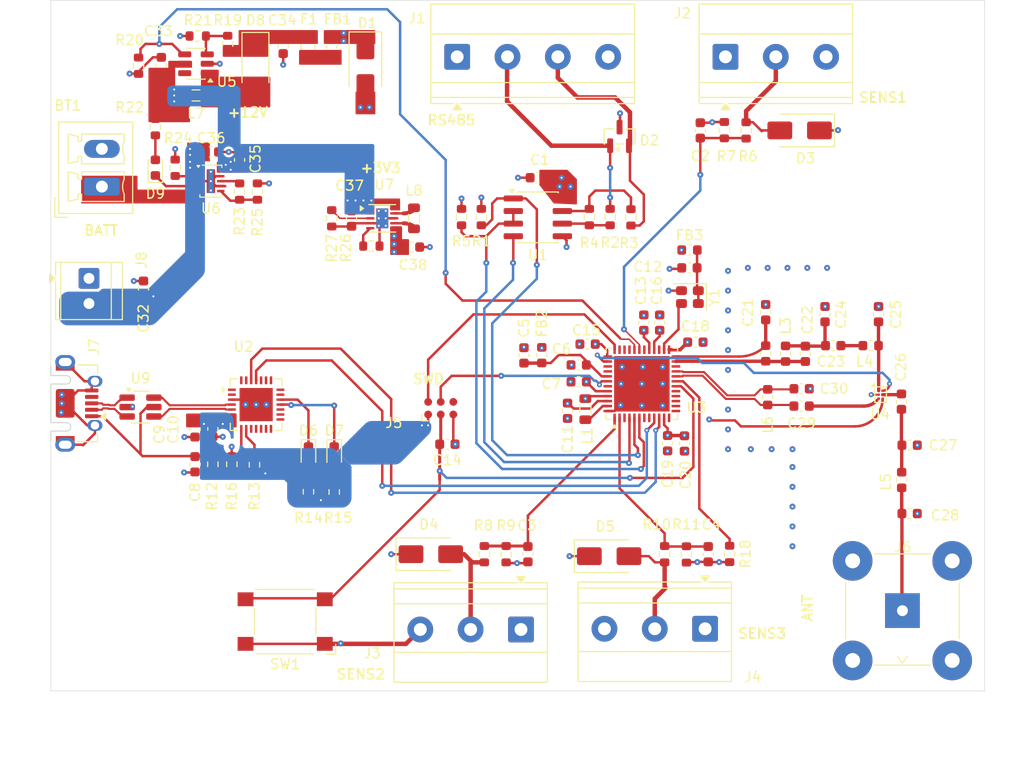
<source format=kicad_pcb>
(kicad_pcb (version 20241229) (generator "pcbnew") (generator_version "9.0")
  (layers (0 "F.Cu" signal) (4 "In1.Cu" power) (6 "In2.Cu" power) (2 "B.Cu" signal) (13 "F.Paste" user) (15 "B.Paste" user) (5 "F.SilkS" user "F.Silkscreen") (7 "B.SilkS" user "B.Silkscreen") (1 "F.Mask" user) (3 "B.Mask" user) (25 "Edge.Cuts" user))
  (net 0 "")
  (net 1 "Net-(BT1-+)")
  (net 2 "GND")
  (net 3 "+3V3")
  (net 4 "/MCU/ADC-CH2")
  (net 5 "/MCU/ADC-CH3")
  (net 6 "/MCU/ADC-CH4")
  (net 7 "Net-(U3-VDDA)")
  (net 8 "Vbus")
  (net 9 "Net-(Y1-Vcc)")
  (net 10 "Net-(U3-VDDRF1V55)")
  (net 11 "NRST")
  (net 12 "VR_PA")
  (net 13 "Net-(C22-Pad1)")
  (net 14 "/LoRa RF/RFO_HP")
  (net 15 "Net-(C23-Pad2)")
  (net 16 "Net-(U4-RF2)")
  (net 17 "Net-(C26-Pad2)")
  (net 18 "Net-(U4-RFIN)")
  (net 19 "Net-(J6-In)")
  (net 20 "Net-(U4-RF1)")
  (net 21 "/LoRa RF/RFI_P")
  (net 22 "/LoRa RF/RFI_N")
  (net 23 "+5V")
  (net 24 "Vbat")
  (net 25 "+12V")
  (net 26 "/analog/RS485+")
  (net 27 "/analog/RS485-")
  (net 28 "Net-(D3-A2)")
  (net 29 "Net-(D4-A2)")
  (net 30 "Net-(D5-A2)")
  (net 31 "Net-(D6-A)")
  (net 32 "Net-(D6-K)")
  (net 33 "Net-(D7-A)")
  (net 34 "Net-(D7-K)")
  (net 35 "Net-(D8-A)")
  (net 36 "Net-(D9-A)")
  (net 37 "Net-(D9-K)")
  (net 38 "/MCU/USB_MCU+")
  (net 39 "/MCU/USB_MCU-")
  (net 40 "Net-(F1-Pad2)")
  (net 41 "SWCLK")
  (net 43 "SWDIO")
  (net 44 "Net-(U3-VLXSMPS)")
  (net 45 "Net-(U7-LX2)")
  (net 46 "Net-(U7-LX1)")
  (net 47 "/MCU/UART-RX")
  (net 48 "/analog/RS485R+")
  (net 49 "/analog/RS485R-")
  (net 50 "/MCU/RS485-EN")
  (net 51 "Net-(U2-VBUS)")
  (net 52 "Net-(U2-~{RST})")
  (net 53 "Net-(U3-PH3)")
  (net 54 "Net-(U5-FB)")
  (net 55 "/MCU/12V-EN")
  (net 56 "Net-(U6-CHG)")
  (net 57 "Net-(U6-BAT)")
  (net 58 "Net-(U6-ISET)")
  (net 59 "Net-(U7-CFG3)")
  (net 60 "Net-(U7-CFG1)")
  (net 61 "/MCU/UART-TX")
  (net 63 "Net-(U2-RXD)")
  (net 69 "Net-(U2-TXD)")
  (net 82 "Net-(U3-OSC_IN)")
  (net 91 "/LoRa RF/RF-Switch")
  (net 99 "Net-(D1-A1)")
  (net 101 "/Power/USB_C-")
  (net 102 "/Power/USB_C+")
  (footprint "MountingHole:MountingHole_3.2mm_M3" (layer "F.Cu") (at 196.7 67.2)
    (property "Reference" "REF**" (hide yes))
    (property "Value" "MountingHole_3.2mm_M3")
  )
  (footprint "Inductor_SMD:L_0603_1608Metric" (layer "F.Cu") (at 190.7125 42.6 180)
    (property "Reference" "FB3")
    (property "Value" "600Ohm@10MHz" (hide yes))
  )
  (footprint "TerminalBlock_Phoenix:TerminalBlock_Phoenix_MKDS-1,5-4-5.08_1x04_P5.08mm_Horizontal" (layer "F.Cu") (at 167.26 23.1)
    (property "Reference" "J1")
    (property "Value" "Screw_Terminal_01x04" (hide yes))
  )
  (footprint "Resistor_SMD:R_0603_1608Metric" (layer "F.Cu") (at 145.3 36.7 -90)
    (property "Reference" "R23")
    (property "Value" "10k" (hide yes))
  )
  (footprint "Inductor_SMD:L_0805_2012Metric" (layer "F.Cu") (at 162.9 39.4 -90)
    (property "Reference" "L8")
    (property "Value" "2u2" (hide yes))
  )
  (footprint "Capacitor_SMD:C_0603_1608Metric" (layer "F.Cu") (at 135.6 46.5 90)
    (property "Reference" "C32")
    (property "Value" "10u" (hide yes))
  )
  (footprint "Resistor_SMD:R_0603_1608Metric" (layer "F.Cu") (at 167.7 39.275 90)
    (property "Reference" "R5")
    (property "Value" "10k" (hide yes))
  )
  (footprint "Resistor_SMD:R_0603_1608Metric" (layer "F.Cu") (at 135.1 24 -90)
    (property "Reference" "R20")
    (property "Value" "10k" (hide yes))
  )
  (footprint "Capacitor_SMD:C_0603_1608Metric" (layer "F.Cu") (at 149.7 22 -90)
    (property "Reference" "C34")
    (property "Value" "22u" (hide yes))
  )
  (footprint "Resistor_SMD:R_0603_1608Metric" (layer "F.Cu") (at 154.85 67.025 90)
    (property "Reference" "R15")
    (property "Value" "750" (hide yes))
  )
  (footprint "Resistor_SMD:R_0603_1608Metric" (layer "F.Cu") (at 138.8 34.3 90)
    (property "Reference" "R24")
    (property "Value" "1k" (hide yes))
  )
  (footprint "Capacitor_SMD:C_0603_1608Metric" (layer "F.Cu") (at 179.525 54.2 180)
    (property "Reference" "C6")
    (property "Value" "100n" (hide yes))
  )
  (footprint "Inductor_SMD:L_0805_2012Metric" (layer "F.Cu") (at 140.9 27)
    (property "Reference" "L7")
    (property "Value" "10u" (hide yes))
  )
  (footprint "TerminalBlock_Phoenix:TerminalBlock_Phoenix_MKDS-1,5-3-5.08_1x03_P5.08mm_Horizontal" (layer "F.Cu") (at 173.7 80.9 180)
    (property "Reference" "J3")
    (property "Value" "Screw_Terminal_01x03" (hide yes))
  )
  (footprint "Inductor_SMD:L_0805_2012Metric" (layer "F.Cu") (at 180.2 58.6625 90)
    (property "Reference" "L1")
    (property "Value" "15u" (hide yes))
  )
  (footprint "Connector_Phoenix_MC:PhoenixContact_MCV_1,5_2-G-3.81_1x02_P3.81mm_Vertical" (layer "F.Cu") (at 131.4 36.2 90)
    (property "Reference" "BT1")
    (property "Value" "Battery" (hide yes))
  )
  (footprint "Resistor_SMD:R_0603_1608Metric" (layer "F.Cu") (at 154.6 39.4 -90)
    (property "Reference" "R27")
    (property "Value" "36k5" (hide yes))
  )
  (footprint "LED_SMD:LED_0603_1608Metric" (layer "F.Cu") (at 154.85 63.225 -90)
    (property "Reference" "D7")
    (property "Value" "LED" (hide yes))
  )
  (footprint "Capacitor_SMD:C_0603_1608Metric" (layer "F.Cu") (at 192.6 73.3 -90)
    (property "Reference" "C4")
    (property "Value" "100n" (hide yes))
  )
  (footprint "Capacitor_SMD:C_0603_1608Metric" (layer "F.Cu") (at 166.27 62.2)
    (property "Reference" "C14")
    (property "Value" "470n" (hide yes))
  )
  (footprint "MountingHole:MountingHole_3.2mm_M3" (layer "F.Cu") (at 131.7 81.7)
    (property "Reference" "REF**" (hide yes))
    (property "Value" "MountingHole_3.2mm_M3")
  )
  (footprint "Resistor_SMD:R_0603_1608Metric" (layer "F.Cu") (at 136.8 30.2 -90)
    (property "Reference" "R22")
    (property "Value" "750" (hide yes))
  )
  (footprint "TerminalBlock_Phoenix:TerminalBlock_Phoenix_MKDS-1,5-3-5.08_1x03_P5.08mm_Horizontal" (layer "F.Cu") (at 194.34 23.1)
    (property "Reference" "J2")
    (property "Value" "Screw_Terminal_01x03" (hide yes))
  )
  (footprint "Capacitor_SMD:C_0603_1608Metric" (layer "F.Cu") (at 142.6 60.65 -90)
    (property "Reference" "C10")
    (property "Value" "100n" (hide yes))
  )
  (footprint "Inductor_SMD:L_0603_1608Metric" (layer "F.Cu") (at 200.4 53.0625 90)
    (property "Reference" "L3")
    (property "Value" "6n8" (hide yes))
  )
  (footprint "Inductor_SMD:L_0603_1608Metric" (layer "F.Cu") (at 175.8 53.2125 -90)
    (property "Reference" "FB2")
    (property "Value" "600Ohm@10MHz" (hide yes))
  )
  (footprint "MountingHole:MountingHole_3.2mm_M3" (layer "F.Cu") (at 215 23)
    (property "Reference" "REF**" (hide yes))
    (property "Value" "MountingHole_3.2mm_M3")
  )
  (footprint "Resistor_SMD:R_0603_1608Metric" (layer "F.Cu") (at 144.1 21.8 90)
    (property "Reference" "R19")
    (property "Value" "41k7" (hide yes))
  )
  (footprint "Resistor_SMD:R_0603_1608Metric" (layer "F.Cu") (at 146.8 64.275 90)
    (property "Reference" "R13")
    (property "Value" "2k2" (hide yes))
  )
  (footprint "Package_LGA:Infineon_PG-TSNP-6-10_0.7x1.1mm_0.7x1.1mm_P0.4mm" (layer "F.Cu") (at 210 57.2)
    (property "Reference" "U4")
    (property "Value" "BGS12WN6E6327" (hide yes))
  )
  (footprint "Package_DFN_QFN:QFN-28-1EP_5x5mm_P0.5mm_EP3.35x3.35mm" (layer "F.Cu") (at 146.97 58.2)
    (property "Reference" "U2")
    (property "Value" "CP2102N-Axx-xQFN28" (hide yes))
  )
  (footprint "Resistor_SMD:R_0603_1608Metric" (layer "F.Cu") (at 194.225 30.5025 -90)
    (property "Reference" "R7")
    (property "Value" "16k2" (hide yes))
  )
  (footprint "MountingHole:MountingHole_3.2mm_M3" (layer "F.Cu") (at 130.6 21.6)
    (property "Reference" "REF**" (hide yes))
    (property "Value" "MountingHole_3.2mm_M3")
  )
  (footprint "Package_TO_SOT_SMD:SOT-23" (layer "F.Cu") (at 183.65 31.135 90)
    (property "Reference" "D2")
    (property "Value" "SM712_SOT23" (hide yes))
  )
  (footprint "Diode_SMD:D_SMA" (layer "F.Cu") (at 164.6 73.3)
    (property "Reference" "D4")
    (property "Value" "SMAJ6.0CA" (hide yes))
  )
  (footprint "Package_SON:WSON-10-1EP_2.5x2.5mm_P0.5mm_EP1.2x2mm_ThermalVias" (layer "F.Cu") (at 159.7 39.4)
    (property "Reference" "U7")
    (property "Value" "TPS63900" (hide yes))
  )
  (footprint "Button_Switch_SMD:SW_SPST_Omron_B3FS-100xP" (layer "F.Cu") (at 149.9 80.1 180)
    (property "Reference" "SW1")
    (property "Value" "SW_Omron_B3FS" (hide yes))
  )
  (footprint "Connector_USB:USB_Micro-AB_Molex_47590-0001" (layer "F.Cu") (at 127.35 58.075 -90)
    (property "Reference" "J7")
    (property "Value" "USB_B_Micro")
    (fp_line (start -3.75 1.1) (end -2.8 1.1) (stroke (width 0.1)) (layer "Edge.Cuts"))
    (fp_line (start -1.95 1.1) (end 1.95 1.1) (stroke (width 0.1)) (layer "Edge.Cuts"))
    (fp_line (start 2.8 1.1) (end 3.75 1.1) (stroke (width 0.1)) (layer "Edge.Cuts"))
    (fp_line (start -2.8 -0.475) (end -2.8 1.1) (stroke (width 0.1)) (layer "Edge.Cuts"))
    (fp_line (start -1.95 -0.475) (end -1.95 1.1) (stroke (width 0.1)) (layer "Edge.Cuts"))
    (fp_line (start 1.95 -0.475) (end 1.95 1.1) (stroke (width 0.1)) (layer "Edge.Cuts"))
    (fp_line (start 2.8 -0.475) (end 2.8 1.1) (stroke (width 0.1)) (layer "Edge.Cuts"))
    (fp_arc (start -2.8 -0.475) (mid -2.375 -0.9) (end -1.95 -0.475) (stroke (width 0.1)) (layer "Edge.Cuts"))
    (fp_arc (start 1.95 -0.475) (mid 2.375 -0.9) (end 2.8 -0.475) (stroke (width 0.1)) (layer "Edge.Cuts"))
  )
  (footprint "Resistor_SMD:R_0603_1608Metric" (layer "F.Cu") (at 182.7 39.275 -90)
    (property "Reference" "R2")
    (property "Value" "10" (hide yes))
  )
  (footprint "Resistor_SMD:R_0603_1608Metric" (layer "F.Cu") (at 141.075 21 180)
    (property "Reference" "R21")
    (property "Value" "2k2" (hide yes))
  )
  (footprint "Inductor_SMD:L_0603_1608Metric" (layer "F.Cu") (at 154.6 22.0875 90)
    (property "Reference" "FB1")
    (property "Value" "220Ohm @ 100MHz" (hide yes))
  )
  (footprint "Package_TO_SOT_SMD:SOT-23-6" (layer "F.Cu") (at 140.9 23.8 180)
    (property "Reference" "U5")
    (property "Value" "MT3608" (hide yes))
  )
  (footprint "Capacitor_SMD:C_0603_1608Metric" (layer "F.Cu") (at 162.7 42.3)
    (property "Reference" "C38")
    (property "Value" "22u" (hide yes))
  )
  (footprint "Capacitor_SMD:C_0603_1608Metric" (layer "F.Cu") (at 204.3875 49.075 90)
    (property "Reference" "C24")
    (property "Value" "15p" (hide yes))
  )
  (footprint "Capacitor_SMD:C_0603_1608Metric" (layer "F.Cu") (at 187.7 49.925 90)
    (property "Reference" "C16")
    (property "Value" "100n" (hide yes))
  )
  (footprint "Capacitor_SMD:C_0603_1608Metric" (layer "F.Cu") (at 137.4 23.925 90)
    (property "Reference" "C33")
    (property "Value" "22u" (hide yes))
  )
  (footprint "Capacitor_SMD:C_0603_1608Metric" (layer "F.Cu") (at 188.5 62.1 -90)
    (property "Reference" "C19")
    (property "Value" "100n" (hide yes))
  )
  (footprint "Capacitor_SMD:C_0603_1608Metric" (layer "F.Cu") (at 178.4 58.825 -90)
    (property "Reference" "C11")
    (property "Value" "4u7" (hide yes))
  )
  (footprint "Connector:Tag-Connect_TC2030-IDC-NL_2x03_P1.27mm_Vertical" (layer "F.Cu") (at 165.6 58.565)
    (property "Reference" "J5")
    (property "Value" "Conn_ARM_SWD_TagConnect_TC2030" (hide yes))
  )
  (footprint "Diode_SMD:D_SMA" (layer "F.Cu") (at 201.825 30.5275 180)
    (property "Reference" "D3")
    (property "Value" "SMAJ6.0CA" (hide yes))
  )
  (footprint "Resistor_SMD:R_0603_1608Metric" (layer "F.Cu") (at 194.76 73.275 -90)
    (property "Reference" "R18")
    (property "Value" "10k" (hide yes))
  )
  (footprint "Resistor_SMD:R_0603_1608Metric" (layer "F.Cu") (at 152.25 67 90)
    (property "Reference" "R14")
    (property "Value" "750" (hide yes))
  )
  (footprint "Inductor_SMD:L_0603_1608Metric" (layer "F.Cu") (at 198.4 53.0375 90)
    (property "Reference" "L2" (hide yes))
    (property "Value" "56n" (hide yes))
  )
  (footprint "Capacitor_SMD:C_0603_1608Metric" (layer "F.Cu") (at 190.7 44.4 180)
    (property "Reference" "C12")
    (property "Value" "100n" (hide yes))
  )
  (footprint "Capacitor_SMD:C_0603_1608Metric" (layer "F.Cu") (at 179.525 55.9 180)
    (property "Reference" "C7")
    (property "Value" "100n" (hide yes))
  )
  (footprint "Fuse:Fuse_0805_2012Metric" (layer "F.Cu") (at 152.2 22.1 -90)
    (property "Reference" "F1")
    (property "Value" "200mA" (hide yes))
  )
  (footprint "Package_TO_SOT_SMD:SOT-23-6_Handsoldering" (layer "F.Cu") (at 135.3 58.45)
    (property "Reference" "U9")
    (property "Value" "WE-TVS-82400102" (hide yes))
  )
  (footprint "Capacitor_SMD:C_0603_1608Metric" (layer "F.Cu") (at 190.2 62.125 -90)
    (property "Reference" "C20")
    (property "Value" "4u7" (hide yes))
  )
  (footprint "Resistor_SMD:R_0603_1608Metric" (layer "F.Cu") (at 180.6 39.275 -90)
    (property "Reference" "R4")
    (property "Value" "120" (hide yes))
  )
  (footprint "Capacitor_SMD:C_0603_1608Metric" (layer "F.Cu") (at 209.7875 49.075 90)
    (property "Reference" "C25")
    (property "Value" "5p6" (hide yes))
  )
  (footprint "Capacitor_SMD:C_0603_1608Metric" (layer "F.Cu") (at 202.025 56.6)
    (property "Reference" "C30")
    (property "Value" "4p7" (hide yes))
  )
  (footprint "TerminalBlock_Phoenix:TerminalBlock_Phoenix_MKDS-1,5-3-5.08_1x03_P5.08mm_Horizontal" (layer "F.Cu") (at 192.285 80.8275 180)
    (property "Reference" "J4")
    (property "Value" "Screw_Terminal_01x03" (hide yes))
  )
  (footprint "Inductor_SMD:L_0603_1608Metric" (layer "F.Cu") (at 198.6 57.45 90)
    (property "Reference" "L6")
    (property "Value" "33n" (hide yes))
  )
  (footprint "Capacitor_SMD:C_0603_1608Metric" (layer "F.Cu") (at 174.4 73.3 -90)
    (property "Reference" "C3")
    (property "Value" "100n" (hide yes))
  )
  (footprint "Resistor_SMD:R_0603_1608Metric" (layer "F.Cu") (at 184.8 39.3 90)
    (property "Reference" "R3")
    (property "Value" "10" (hide yes))
  )
  (footprint "Resistor_SMD:R_0603_1608Metric" (layer "F.Cu") (at 188.2 73.3 90)
    (property "Reference" "R10")
    (property "Value" "10k" (hide yes))
  )
  (footprint "Capacitor_SMD:C_0603_1608Metric" (layer "F.Cu") (at 212.1 57.9 -90)
    (property "Reference" "C26")
    (property "Value" "68p" (hide yes))
  )
  (footprint "TerminalBlock_TE-Connectivity:TerminalBlock_TE_282834-2_1x02_P2.54mm_Horizontal" (layer "F.Cu") (at 130.1 45.46 -90)
    (property "Reference" "J8")
    (property "Value" "Conn_01x02" (hide yes))
  )
  (footprint "Resistor_SMD:R_0603_1608Metric" (layer "F.Cu") (at 190.4 73.325 90)
    (property "Reference" "R11")
    (property "Value" "16k2" (hide yes))
  )
  (footprint "Capacitor_SMD:C_0603_1608Metric" (layer "F.Cu") (at 140.8 60.7 -90)
    (property "Reference" "C9")
    (property "Value" "4u7" (hide yes))
  )
  (footprint "Diode_SMD:D_SMA" (layer "F.Cu") (at 182.6 73.5)
    (property "Reference" "D5")
    (property "Value" "SMAJ6.0CA" (hide yes))
  )
  (footprint "Capacitor_SMD:C_0603_1608Metric" (layer "F.Cu") (at 205.2125 52.25)
    (property "Reference" "C23")
    (property "Value" "68p" (hide yes))
  )
  (footprint "Resistor_SMD:R_0603_1608Metric" (layer "F.Cu") (at 142.6 64.225 -90)
    (property "Reference" "R12")
    (property "Value" "22k1" (hide yes))
  )
  (footprint "Inductor_SMD:L_0603_1608Metric" (layer "F.Cu") (at 209 52.25)
    (property "Reference" "L4")
    (property "Value" "16n" (hide yes))
  )
  (footprint "Capacitor_SMD:C_0603_1608Metric" (layer "F.Cu") (at 175.4 35.3 180)
    (property "Reference" "C1")
    (property "Value" "100n" (hide yes))
  )
  (footprint "Capacitor_SMD:C_0603_1608Metric" (layer "F.Cu") (at 212.925 69.2)
    (property "Reference" "C28")
    (property "Value" "6p8" (hide yes))
  )
  (footprint "Capacitor_SMD:C_0603_1608Metric" (layer "F.Cu") (at 191.8 30.525 90)
    (property "Reference" "C2")
    (property "Value" "100n" (hide yes))
  )
  (footprint "Package_DFN_QFN:QFN-48-1EP_7x7mm_P0.5mm_EP5.6x5.6mm" (layer "F.Cu") (at 185.9 56.1 90)
    (property "Reference" "U3")
    (property "Value" "STM32WL55CCUx" (hide yes))
  )
  (footprint "Capacitor_SMD:C_0603_1608Metric" (layer "F.Cu") (at 212.925 62.3)
    (property "Reference" "C27")
    (property "Value" "6p8" (hide yes))
  )
  (footprint "Capacitor_SMD:C_0603_1608Metric" (layer "F.Cu") (at 191.3 51.9)
    (property "Reference" "C18")
    (property "Value" "100n" (hide yes))
  )
  (footprint "Oscillator:Oscillator_SMD_SeikoEpson_SG210-4Pin_2.5x2.0mm" (layer "F.Cu") (at 190.75 47.35 180)
    (property "Reference" "Y1")
    (property "Value" "SG-210STF 32MHz" (hide yes))
  )
  (footprint "Package_SO:SOIC-8_3.9x4.9mm_P1.27mm" (layer "F.Cu") (at 175.4 39.3)
    (property "Reference" "U1")
    (property "Value" "THVD1400D" (hide yes))
  )
  (footprint "Capacitor_SMD:C_0603_1608Metric" (layer "F.Cu") (at 180.425 52.1 180)
    (property "Reference" "C15")
    (property "Value" "100n" (hide yes))
  )
  (footprint "Capacitor_SMD:C_0603_1608Metric" (layer "F.Cu") (at 186.1 49.925 90)
    (property "Reference" "C13")
    (property "Value" "470n" (hide yes))
  )
  (footprint "Package_SON:WSON-10-1EP_2x3mm_P0.5mm_EP0.84x2.4mm_ThermalVias" (layer "F.Cu") (at 142.4 35.65)
    (property "Reference" "U6")
    (property "Value" "BQ25071" (hide yes))
  )
  (footprint "Resistor_SMD:R_0603_1608Metric" (layer "F.Cu") (at 144.52 64.225 90)
    (property "Reference" "R16")
    (property "Value" "47k5" (hide yes))
  )
  (footprint "Capacitor_SMD:C_0603_1608Metric" (layer "F.Cu") (at 140.8 64.225 -90)
    (property "Reference" "C8")
    (property "Value" "100n" (hide yes))
  )
  (footprint "LED_SMD:LED_0603_1608Metric" (layer "F.Cu") (at 152.25 63.225 -90)
    (property "Reference" "D6")
    (property "Value" "LED" (hide yes))
  )
  (footprint "Capacitor_SMD:C_0603_1608Metric" (layer "F.Cu") (at 156.6 39.425 -90)
    (property "Reference" "C37")
    (property "Value" "10u" (hide yes))
  )
  (footprint "Capacitor_SMD:C_0603_1608Metric" (layer "F.Cu") (at 174 53.2375 90)
    (property "Reference" "C5")
    (property "Value" "4u7" (hide yes))
  )
  (footprint "Capacitor_SMD:C_0603_1608Metric" (layer "F.Cu") (at 198.4 48.875 90)
    (property "Reference" "C21")
    (property "Value" "68p" (hide yes))
  )
  (footprint "Connector_Coaxial:BNC_TEConnectivity_1478035_Horizontal" (layer "F.Cu") (at 212.2 79 180)
    (property "Reference" "J6")
    (property "Value" "Conn_Coaxial" (hide yes))
  )
  (footprint "Capacitor_SMD:C_0603_1608Metric" (layer "F.Cu") (at 145.3 33.5 90)
    (property "Reference" "C35")
    (property "Value" "100n" (hide yes))
  )
  (footprint "Resistor_SMD:R_0603_1608Metric" (layer "F.Cu") (at 196.425 30.5275 -90)
    (property "Reference" "R6")
    (property "Value" "10k" (hide yes))
  )
  (footprint "Resistor_SMD:R_0603_1608Metric" (layer "F.Cu") (at 169.7 39.275 -90)
    (property "Reference" "R1")
    (property "Value" "10k" (hide yes))
  )
  (footprint "Resistor_SMD:R_0603_1608Metric" (layer "F.Cu") (at 147.1 36.7 90)
    (property "Reference" "R25")
    (property "Value" "49k" (hide yes))
  )
  (footprint "Inductor_SMD:L_0603_1608Metric" (layer "F.Cu") (at 212.125 65.8125 -90)
    (property "Reference" "L5")
    (property "Value" "16n" (hide yes))
  )
  (footprint "Resistor_SMD:R_0603_1608Metric" (layer "F.Cu") (at 170 73.3 90)
    (property "Reference" "R8")
    (property "Value" "10k" (hide yes))
  )
  (footprint "Resistor_SMD:R_0603_1608Metric" (layer "F.Cu") (at 158.6 42.2)
    (property "Reference" "R26")
    (property "Value" "16k2" (hide yes))
  )
  (footprint "Diode_SMD:D_SMA" (layer "F.Cu") (at 158 24.1 -90)
    (property "Reference" "D1")
    (property "Value" "SMAJ12CA" (hide yes))
  )
  (footprint "Resistor_SMD:R_0603_1608Metric" (layer "F.Cu") (at 172.2 73.3 90)
    (property "Reference" "R9")
    (property "Value" "16k2" (hide yes))
  )
  (footprint "Capacitor_SMD:C_0603_1608Metric" (layer "F.Cu") (at 202.025 58.35)
    (property "Reference" "C29")
    (property "Value" "3p6" (hide yes))
  )
  (footprint "Capacitor_SMD:C_0603_1608Metric" (layer "F.Cu") (at 202.4 53.075 -90)
    (property "Reference" "C22")
    (property "Value" "4p3" (hide yes))
  )
  (footprint "LED_SMD:LED_0603_1608Metric" (layer "F.Cu") (at 136.8 34.2875 90)
    (property "Reference" "D9")
    (property "Value" "LED" (hide yes))
  )
  (footprint "Diode_SMD:D_SOD-128" (layer "F.Cu") (at 146.9 23.8 -90)
    (property "Reference" "D8")
    (property "Value" "SB120" (hide yes))
  )
  (footprint "Capacitor_SMD:C_0603_1608Metric" (layer "F.Cu") (at 142.4 32.7)
    (property "Reference" "C36")
    (property "Value" "100n" (hide yes))
  )
  (gr_poly (pts (xy 160.6 38.5) (xy 161.4 38.5) (xy 161.4 37.5) (xy 156 37.5) (xy 156 38) (xy 160.6 38)) (stroke (width 0.2)) (fill yes) (layer "F.Cu") (net 24))
  (gr_poly (pts (xy 158.8 38.9) (xy 158.8 38) (xy 156 38) (xy 156 38.9)) (stroke (width 0.2)) (fill yes) (layer "F.Cu") (net 24))
  (gr_poly (pts (xy 160.6 40.3) (xy 160.6 43) (xy 162.3 43) (xy 162.3 41.6) (xy 161.6 41.6) (xy 161.6 40.3)) (stroke (width 0.2)) (fill yes) (layer "F.Cu") (net 3))
  (gr_poly (pts (xy 151.4 23.8) (xy 155.5 23.8) (xy 155.5 22.5) (xy 151.4 22.5)) (stroke (width 0.2)) (fill yes) (layer "F.Cu") (net 40))
  (gr_poly (pts (xy 141.7 34.75) (xy 141.7 33.55) (xy 142.2 33.55) (xy 142.2 31.85) (xy 140.1 31.85) (xy 140.1 34.75)) (stroke (width 0.2)) (fill yes) (layer "F.Cu") (net 23))
  (gr_poly (pts (xy 141.7 36.6) (xy 134.9 36.6) (xy 134.9 35.2) (xy 129.4 35.2) (xy 129.4 37.8) (xy 141.7 37.8)) (stroke (width 0.2)) (fill yes) (layer "F.Cu") (net 1))
  (gr_poly (pts (xy 136.2 26.6) (xy 136.2 29.6) (xy 140.2 29.6) (xy 140.2 26.1) (xy 138.7 26.1) (xy 138.7 24.1) (xy 140.4 24.1) (xy 140.4 23.6) (xy 138.2 23.6) (xy 138.2 24.3) (xy 136.2 24.3)) (stroke (width 0.2)) (fill yes) (layer "F.Cu") (net 24))
  (gr_poly (pts (xy 141.5 28.1) (xy 148.3 28.1) (xy 148.3 25.2) (xy 143.1 25.2) (xy 143.1 24.5) (xy 141.5 24.5)) (stroke (width 0.2)) (fill yes) (layer "F.Cu") (net 35))
  (gr_poly (pts (xy 153.9 21.7) (xy 158.9 21.7) (xy 158.9 20.5) (xy 153.9 20.5)) (stroke (width 0.2)) (fill yes) (layer "F.Cu") (net 99))
  (gr_poly (pts (xy 143.7 22) (xy 143.7 23) (xy 148.1 23) (xy 148.1 21.7) (xy 153.1 21.7) (xy 153.1 20.5) (xy 145.3 20.5) (xy 145.3 22)) (stroke (width 0.2)) (fill yes) (layer "F.Cu") (net 25))
  (gr_poly (pts (xy 143.1 33.8) (xy 143.1 34.7) (xy 143.1 34.7) (xy 146.1 34.7) (xy 146.1 34.7) (xy 146.1 33.5) (xy 143.4 33.5)) (stroke (width 0.2)) (fill yes) (layer "F.Cu") (net 24))
  (gr_poly (pts (xy 140 60.4) (xy 144.1 60.4) (xy 144.9 60.4) (xy 144.9 59.2) (xy 140 59.2)) (stroke (width 0.2)) (fill yes) (layer "F.Cu") (net 3))
  (gr_poly (pts (xy 157.1 26.7) (xy 157.1 28.8) (xy 158.9 28.8) (xy 158.9 26.7)) (stroke (width 0.2)) (fill yes) (layer "F.Cu") (net 2))
  (gr_poly (pts (xy 175.649353 36) (xy 177.049353 37.8) (xy 179.249353 37.9) (xy 179.249353 35.5) (xy 178.349353 34.6) (xy 175.649353 34.6)) (stroke (width 0.2)) (fill yes) (layer "F.Cu") (net 3))
  (gr_line (start 126.25 17.4) (end 220.5 17.4) (stroke (width 0.05)) (layer "Edge.Cuts"))
  (gr_line (start 220.5 87.1) (end 126.25 87.1) (stroke (width 0.05)) (layer "Edge.Cuts"))
  (gr_line (start 126.25 54.325) (end 126.25 17.4) (stroke (width 0.05)) (layer "Edge.Cuts"))
  (gr_line (start 126.25 61.825) (end 126.25 87.1) (stroke (width 0.05)) (layer "Edge.Cuts"))
  (gr_line (start 220.5 17.4) (end 220.5 87.1) (stroke (width 0.05)) (layer "Edge.Cuts"))
  (gr_text "+3V3" (at 157.4 34.9 0) (layer "F.SilkS") (effects (font (size 1 1) (thickness 0.2) (bold yes)) (justify left bottom)))
  (gr_text "BATT" (at 129.5 41.2 0) (layer "F.SilkS") (effects (font (size 1 1) (thickness 0.2) (bold yes)) (justify left bottom)))
  (gr_text "SENS2" (at 155 86 0) (layer "F.SilkS") (effects (font (size 1 1) (thickness 0.2) (bold yes)) (justify left bottom)))
  (gr_text "+12V" (at 144 29.3 0) (layer "F.SilkS") (effects (font (size 1 1) (thickness 0.2) (bold yes)) (justify left bottom)))
  (gr_text "SENS1" (at 207.7 27.8 0) (layer "F.SilkS") (effects (font (size 1 1) (thickness 0.2) (bold yes)) (justify left bottom)))
  (gr_text "ANT" (at 203.2 80.2 90) (layer "F.SilkS") (effects (font (size 1 1) (thickness 0.2) (bold yes)) (justify left bottom)))
  (gr_text "SENS3" (at 195.5 81.9 0) (layer "F.SilkS") (effects (font (size 1 1) (thickness 0.2) (bold yes)) (justify left bottom)))
  (gr_text "RS485" (at 164.14 30.0725 0) (layer "F.SilkS") (effects (font (size 1 1) (thickness 0.2) (bold yes)) (justify left bottom)))
  (gr_text "SWD" (at 162.7 56.2 0) (layer "F.SilkS") (effects (font (size 1 1) (thickness 0.2) (bold yes)) (justify left bottom)))
  (segment (start 130.7 55.85) (end 129.65 55.85) (width 0.25) (layer "F.Cu") (net 2))
  (segment (start 140.75 65.05) (end 140.8 65) (width 0.25) (layer "F.Cu") (net 2))
  (segment (start 144.5 62.45) (end 144.5 63.38) (width 0.25) (layer "F.Cu") (net 2))
  (segment (start 144.2 32.7) (end 143.175 32.7) (width 0.25) (layer "F.Cu") (net 2))
  (segment (start 173.3 74.2) (end 172.275 74.2) (width 0.25) (layer "F.Cu") (net 2))
  (segment (start 130.375 56.775) (end 130.375 56.175) (width 0.25) (layer "F.Cu") (net 2))
  (segment (start 139.3 21) (end 140.25 21) (width 0.25) (layer "F.Cu") (net 2))
  (segment (start 178.3 41.63) (end 177.875 41.205) (width 0.25) (layer "F.Cu") (net 2))
  (segment (start 205.6725 30.5275) (end 205.7 30.5) (width 0.25) (layer "F.Cu") (net 2))
  (segment (start 134.2 24.8) (end 135.1 24.8) (width 0.25) (layer "F.Cu") (net 2))
  (segment (start 191.5 74.1) (end 190.45 74.1) (width 0.25) (layer "F.Cu") (net 2))
  (segment (start 143.4 36.15) (end 142.9 36.15) (width 0.25) (layer "F.Cu") (net 2))
  (segment (start 188.7 44.5) (end 189.825 44.5) (width 0.25) (layer "F.Cu") (net 2))
  (segment (start 146.47 57.7) (end 146.97 58.2) (width 0.25) (layer "F.Cu") (net 2))
  (segment (start 129.65 55.85) (end 127.7 53.9) (width 0.25) (layer "F.Cu") (net 2))
  (segment (start 189.825 44.5) (end 189.925 44.4) (width 0.25) (layer "F.Cu") (net 2))
  (segment (start 142.9 36.15) (end 142.4 35.65) (width 0.25) (layer "F.Cu") (net 2))
  (segment (start 129.45 62.25) (end 127.7 62.25) (width 0.25) (layer "F.Cu") (net 2))
  (segment (start 148.275 35.875) (end 147.1 35.875) (width 0.25) (layer "F.Cu") (net 2))
  (segment (start 193.7 74.1) (end 194.76 74.1) (width 0.25) (layer "F.Cu") (net 2))
  (segment (start 190.45 74.1) (end 190.4 74.15) (width 0.25) (layer "F.Cu") (net 2))
  (segment (start 142.4 35.65) (end 142.9 35.15) (width 0.25) (layer "F.Cu") (net 2))
  (segment (start 144.47 63.425) (end 144.52 63.475) (width 0.25) (layer "F.Cu") (net 2))
  (segment (start 149.7 23.9) (end 149.7 22.775) (width 0.25) (layer "F.Cu") (net 2))
  (segment (start 166.87 62.025) (end 167.045 62.2) (width 0.25) (layer "F.Cu") (net 2))
  (segment (start 173.4 35.3) (end 174.625 35.3) (width 0.25) (layer "F.Cu") (net 2))
  (segment (start 130.7 60.3) (end 129.925 60.3) (width 0.25) (layer "F.Cu") (net 2))
  (segment (start 166.87 59.2) (end 166.87 62.025) (width 0.25) (layer "F.Cu") (net 2))
  (segment (start 209.1 57.2) (end 209.8 57.2) (width 0.2) (layer "F.Cu") (net 2))
  (segment (start 183.8 58.3) (end 185.9 58.3) (width 0.25) (layer "F.Cu") (net 2))
  (segment (start 143.4 36.15) (end 143.85 36.15) (width 0.25) (layer "F.Cu") (net 2))
  (segment (start 191.8 29.75) (end 192.95 29.75) (width 0.25) (layer "F.Cu") (net 2))
  (segment (start 130.375 56.175) (end 130.7 55.85) (width 0.25) (layer "F.Cu") (net 2))
  (segment (start 159.425 40.225) (end 159.35 40.15) (width 0.25) (layer "F.Cu") (net 2))
  (segment (start 129 56.775) (end 127.7 58.075) (width 0.25) (layer "F.Cu") (net 2))
  (segment (start 156.6 40.2) (end 156.9 39.9) (width 0.25) (layer "F.Cu") (net 2))
  (segment (start 145.9 82.35) (end 153.9 82.35) (width 0.25) (layer "F.Cu") (net 2))
  (segment (start 154.6 40.225) (end 156.575 40.225) (width 0.25) (layer "F.Cu") (net 2))
  (segment (start 135.6 45.725) (end 134.625 45.725) (width 0.25) (layer "F.Cu") (net 2))
  (segment (start 144.52 57.7) (end 146.47 57.7) (width 0.25) (layer "F.Cu") (net 2))
  (segment (start 191.525 74.075) (end 191.5 74.1) (width 0.25) (layer "F.Cu") (net 2))
  (segment (start 164.5 42.3) (end 163.475 42.3) (width 0.25) (layer "F.Cu") (net 2))
  (segment (start 158.4875 39.9) (end 159.7 39.9) (width 0.25) (layer "F.Cu") (net 2))
  (segment (start 192.95 29.75) (end 193 29.7) (width 0.25) (layer "F.Cu") (net 2))
  (segment (start 160.05 39.4) (end 160.9125 39.4) (width 0.25) (layer "F.Cu") (net 2))
  (segment (start 138.8 33.475) (end 138.8 32.4) (width 0.25) (layer "F.Cu") (net 2))
  (segment (start 135.3 24.4) (end 136.55 23.15) (width 0.25) (layer "F.Cu") (net 2))
  (segment (start 178.6 73.5) (end 180.6 73.5) (width 0.25) (layer "F.Cu") (net 2))
  (segment (start 182.4625 58.85) (end 183.15 58.85) (width 0.25) (layer "F.Cu") (net 2))
  (segment (start 167.7 38.45) (end 167.7 37.4) (width 0.25) (layer "F.Cu") (net 2))
  (segment (start 162.09 82.35) (end 153.9 82.35) (width 0.45) (layer "F.Cu") (net 2))
  (segment (start 203.825 30.5275) (end 205.6725 30.5275) (width 0.25) (layer "F.Cu") (net 2))
  (segment (start 193.0225 29.6775) (end 193 29.7) (width 0.25) (layer "F.Cu") (net 2))
  (segment (start 130.375 56.775) (end 129 56.775) (width 0.25) (layer "F.Cu") (net 2))
  (segment (start 142.625 61.45) (end 142.6 61.425) (width 0.25) (layer "F.Cu") (net 2))
  (segment (start 183.15 58.85) (end 183.75 58.25) (width 0.25) (layer "F.Cu") (net 2))
  (segment (start 194.225 29.6775) (end 193.0225 29.6775) (width 0.25) (layer "F.Cu") (net 2))
  (segment (start 192.625 74.1) (end 192.6 74.075) (width 0.25) (layer "F.Cu") (net 2))
  (segment (start 156.575 40.225) (end 156.6 40.2) (width 0.25) (layer "F.Cu") (net 2))
  (segment (start 141.4 35.65) (end 142.4 35.65) (width 0.25) (layer "F.Cu") (net 2))
  (segment (start 192.6 74.075) (end 191.525 74.075) (width 0.25) (layer "F.Cu") (net 2))
  (segment (start 139.725 61.475) (end 140.8 61.475) (width 0.25) (layer "F.Cu") (net 2))
  (segment (start 144.5 63.38) (end 144.52 63.4) (width 0.25) (layer "F.Cu") (net 2))
  (segment (start 143.3 23.8) (end 142.0375 23.8) (width 0.25) (layer "F.Cu") (net 2))
  (segment (start 174.275 74.2) (end 174.4 74.075) (width 0.25) (layer "F.Cu") (net 2))
  (segment (start 188.6 46.7) (end 189.9 46.7) (width 0.25) (layer "F.Cu") (net 2))
  (segment (start 130.7 61.1) (end 129.5 62.3) (width 0.25) (layer "F.Cu") (net 2))
  (segment (start 130.7 60.3) (end 130.7 61.1) (width 0.25) (layer "F.Cu") (net 2))
  (segment (start 129.925 60.3) (end 127.7 58.075) (width 0.25) (layer "F.Cu") (net 2))
  (segment (start 156.9 39.9) (end 158.4875 39.9) (width 0.25) (layer "F.Cu") (net 2))
  (segment (start 193.7 74.1) (end 192.625 74.1) (width 0.25) (layer "F.Cu") (net 2))
  (segment (start 183.75 58.25) (end 183.8 58.3) (width 0.25) (layer "F.Cu") (net 2))
  (segment (start 139.7 65.05) (end 140.75 65.05) (width 0.25) (layer "F.Cu") (net 2))
  (segment (start 162.6 73.3) (end 160.6 73.3) (width 0.25) (layer "F.Cu") (net 2))
  (segment (start 183.7 28.8) (end 183.7 30.1475) (width 0.25) (layer "F.Cu") (net 2))
  (segment (start 185.9 58.3) (end 188 58.3) (width 0.25) (layer "F.Cu") (net 2))
  (segment (start 159.425 42.2) (end 159.425 40.225) (width 0.25) (layer "F.Cu") (net 2))
  (segment (start 145.3 32.725) (end 144.225 32.725) (width 0.25) (layer "F.Cu") (net 2))
  (segment (start 178.3 42.3) (end 178.3 41.63) (width 0.25) (layer "F.Cu") (net 2))
  (segment (start 163.54 80.9) (end 162.09 82.35) (width 0.45) (layer "F.Cu") (net 2))
  (segment (start 136.55 23.15) (end 137.4 23.15) (width 0.25) (layer "F.Cu") (net 2))
  (segment (start 135.3 24.825) (end 135.3 24.4) (width 0.25) (layer "F.Cu") (net 2))
  (segment (start 142.9 35.15) (end 143.4 35.15) (width 0.25) (layer "F.Cu") (net 2))
  (segment (start 173.3 74.2) (end 174.275 74.2) (width 0.25) (layer "F.Cu") (net 2))
  (segment (start 159.7 39.9) (end 159.7 39.4) (width 0.25) (layer "F.Cu") (net 2))
  (segment (start 129.5 62.3) (end 129.45 62.25) (width 0.25) (layer "F.Cu") (net 2))
  (segment (start 144.225 32.725) (end 144.2 32.7) (width 0.25) (layer "F.Cu") (net 2))
  (segment (start 143.6 61.45) (end 142.625 61.45) (width 0.25) (layer "F.Cu") (net 2))
  (segment (start 172.275 74.2) (end 172.2 74.125) (width 0.25) (layer "F.Cu") (net 2))
  (segment (start 183.7 30.1475) (end 183.65 30.1975) (width 0.25) (layer "F.Cu") (net 2))
  (via (at 201.1 66.5) (size 0.6) (drill 0.2) (layers "F.Cu" "B.Cu") (net 2))
  (via (at 127.3 59) (size 0.6) (drill 0.2) (layers "F.Cu" "B.Cu") (net 2))
  (via (at 185.9 58.3) (size 0.6) (drill 0.2) (layers "F.Cu" "B.Cu") (net 2))
  (via (at 186.1 49.2) (size 0.5) (drill 0.2) (layers "F.Cu" "B.Cu") (net 2))
  (via (at 178.8 54.2) (size 0.5) (drill 0.2) (layers "F.Cu" "B.Cu") (net 2))
  (via (at 194.6 48.7) (size 0.6) (drill 0.2) (layers "F.Cu" "B.Cu") (net 2))
  (via (at 185.9 56.1) (size 0.6) (drill 0.2) (layers "F.Cu" "B.Cu") (net 2))
  (via (at 148 58.2) (size 0.6) (drill 0.2) (layers "F.Cu" "B.Cu") (net 2))
  (via (at 209.05 57.2) (size 0.5) (drill 0.2) (layers "F.Cu" "B.Cu") (net 2))
  (via (at 193.7 74.1) (size 0.6) (drill 0.2) (layers "F.Cu" "B.Cu") (net 2))
  (via (at 139.7 65.05) (size 0.6) (drill 0.2) (layers "F.Cu" "B.Cu") (net 2))
  (via (at 194.6 60.7) (size 0.6) (drill 0.2) (layers "F.Cu" "B.Cu") (net 2))
  (via (at 196.9 62.7) (size 0.6) (drill 0.2) (layers "F.Cu" "B.Cu") (net 2))
  (via (at 188.6 46.7) (size 0.6) (drill 0.2) (layers "F.Cu" "B.Cu") (net 2))
  (via (at 183.8 56.1) (size 0.6) (drill 0.2) (layers "F.Cu" "B.Cu") (net 2))
  (via (at 178.6 73.5) (size 0.6) (drill 0.2) (layers "F.Cu" "B.Cu") (net 2))
  (via (at 213.7 69.2) (size 0.5) (drill 0.2) (layers "F.Cu" "B.Cu") (net 2))
  (via (at 173.4 35.3) (size 0.6) (drill 0.2) (layers "F.Cu" "B.Cu") (net 2))
  (via (at 183.75 58.25) (size 0.6) (drill 0.2) (layers "F.Cu" "B.Cu") (net 2))
  (via (at 127.35 57.2) (size 0.6) (drill 0.2) (layers "F.Cu" "B.Cu") (net 2))
  (via (at 194.6 44.7) (size 0.6) (drill 0.2) (layers "F.Cu" "B.Cu") (net 2))
  (via (at 188 54.399) (size 0.6) (drill 0.2) (layers "F.Cu" "B.Cu") (net 2))
  (via (at 199 62.7) (size 0.6) (drill 0.2) (layers "F.Cu" "B.Cu") (net 2))
  (via (at 164.5 42.3) (size 0.6) (drill 0.2) (layers "F.Cu" "B.Cu") (net 2))
  (via (at 167.7 37.4) (size 0.6) (drill 0.2) (layers "F.Cu" "B.Cu") (net 2))
  (via (at 187.7 49.2) (size 0.5) (drill 0.2) (layers "F.Cu" "B.Cu") (net 2))
  (via (at 143.6 61.45) (size 0.6) (drill 0.2) (layers "F.Cu" "B.Cu") (net 2))
  (via (at 179.6 52.1) (size 0.5) (drill 0.2) (layers "F.Cu" "B.Cu") (net 2))
  (via (at 198.6 44.4) (size 0.6) (drill 0.2) (layers "F.Cu" "B.Cu") (net 2))
  (via (at 144.5 62.45) (size 0.6) (drill 0.2) (layers "F.Cu" "B.Cu") (net 2))
  (via (at 196.6 44.4) (size 0.6) (drill 0.2) (layers "F.Cu" "B.Cu") (net 2))
  (via (at 201.1 68.5) (size 0.6) (drill 0.2) (layers "F.Cu" "B.Cu") (net 2))
  (via (at 188 56.1) (size 0.6) (drill 0.2) (layers "F.Cu" "B.Cu") (net 2))
  (via (at 192.1 51.9) (size 0.5) (drill 0.2) (layers "F.Cu" "B.Cu") (net 2))
  (via (at 139.725 61.475) (size 0.6) (drill 0.2) (layers "F.Cu" "B.Cu") (net 2))
  (via (at 188 58.3) (size 0.6) (drill 0.2) (layers "F.Cu" "B.Cu") (net 2))
  (via (at 198.4 48.1) (size 0.5) (drill 0.2) (layers "F.Cu" "B.Cu") (net 2))
  (via (at 201.1 70.5) (size 0.6) (drill 0.2) (layers "F.Cu" "B.Cu") (net 2))
  (via (at 202.6 44.4) (size 0.6) (drill 0.2) (layers "F.Cu" "B.Cu") (net 2))
  (via (at 213.7 62.3) (size 0.5) (drill 0.2) (layers "F.Cu" "B.Cu") (net 2))
  (via (at 157.5 28.2) (size 0.6) (drill 0.2) (layers "F.Cu" "B.Cu") (net 2))
  (via (at 194.6 54.7) (size 0.6) (drill 0.2) (layers "F.Cu" "B.Cu") (net 2))
  (via (at 200.6 44.4) (size 0.6) (drill 0.2) (layers "F.Cu" "B.Cu") (net 2))
  (via (at 191.5 74.1) (size 0.6) (drill 0.2) (layers "F.Cu" "B.Cu") (net 2))
  (via (at 194.6 58.7) (size 0.6) (drill 0.2) (layers "F.Cu" "B.Cu") (net 2))
  (via (at 143.3 23.8) (size 0.6) (drill 0.2) (layers "F.Cu" "B.Cu") (net 2))
  (via (at 190.3 62.9) (size 0.5) (drill 0.2) (layers "F.Cu" "B.Cu") (net 2))
  (via (at 173.3 74.2) (size 0.6) (drill 0.2) (layers "F.Cu" "B.Cu") (net 2))
  (via (at 148.275 35.875) (size 0.6) (drill 0.2) (layers "F.Cu" "B.Cu") (net 2))
  (via (at 202.9 56.6) (size 0.5) (drill 0.2) (layers "F.Cu" "B.Cu") (net 2))
  (via (at 183.9 54.4) (size 0.6) (drill 0.2) (layers "F.Cu" "B.Cu") (net 2))
  (via (at 204.4 48.3) (size 0.5) (drill 0.2) (layers "F.Cu" "B.Cu") (net 2))
  (via (at 178.7 55.9) (size 0.5) (drill 0.2) (layers "F.Cu" "B.Cu") (net 2))
  (via (at 178.3 42.3) (size 0.6) (drill 0.2) (layers "F.Cu" "B.Cu") (net 2))
  (via (at 144.2 32.7) (size 0.6) (drill 0.2) (layers "F.Cu" "B.Cu") (net 2))
  (via (at 139.3 21) (size 0.6) (drill 0.2) (layers "F.Cu" "B.Cu") (net 2))
  (via (at 145.9 58.2) (size 0.6) (drill 0.2) (layers "F.Cu" "B.Cu") (net 2))
  (via (at 127.35 58.075) (size 0.6) (drill 0.2) (layers "F.Cu" "B.Cu") (net 2))
  (via (at 155.5 82.3) (size 0.6) (drill 0.2) (layers "F.Cu" "B.Cu") (net 2))
  (via (at 149.7 23.9) (size 0.6) (drill 0.2) (layers "F.Cu" "B.Cu") (net 2))
  (via (at 201.1 64.5) (size 0.6) (drill 0.2) (layers "F.Cu" "B.Cu") (net 2))
  (via (at 209.8 48.3) (size 0.5) (drill 0.2) (layers "F.Cu" "B.Cu") (net 2))
  (via (at 188.5 62.9) (size 0.5) (drill 0.2) (layers "F.Cu" "B.Cu") (net 2))
  (via (at 186 54.399) (size 0.6) (drill 0.2) (layers "F.Cu" "B.Cu") (net 2))
  (via (at 167.07 62.2) (size 0.6) (drill 0.2) (layers "F.Cu" "B.Cu") (net 2))
  (via (at 188.7 44.5) (size 0.6) (drill 0.2) (layers "F.Cu" "B.Cu") (net 2))
  (via (at 193 29.7) (size 0.6) (drill 0.2) (layers "F.Cu" "B.Cu") (net 2))
  (via (at 194.6 52.7) (size 0.6) (drill 0.2) (layers "F.Cu" "B.Cu") (net 2))
  (via (at 160.6 73.3) (size 0.6) (drill 0.2) (layers "F.Cu" "B.Cu") (net 2))
  (via (at 194.6 62.7) (size 0.6) (drill 0.2) (layers "F.Cu" "B.Cu") (net 2))
  (via (at 194.6 50.7) (size 0.6) (drill 0.2) (layers "F.Cu" "B.Cu") (net 2))
  (via (at 146.97 58.2) (size 0.6) (drill 0.2) (layers "F.Cu" "B.Cu") (net 2))
  (via (at 138.8 32.4) (size 0.6) (drill 0.2) (layers "F.Cu" "B.Cu") (net 2))
  (via (at 134.5 58.4) (size 0.5) (drill 0.2) (layers "F.Cu" "B.Cu") (net 2))
  (via (at 134.2 24.8) (size 0.6) (drill 0.2) (layers "F.Cu" "B.Cu") (net 2))
  (via (at 201.1 72.5) (size 0.6) (drill 0.2) (layers "F.Cu" "B.Cu") (net 2))
  (via (at 134.625 45.725) (size 0.6) (drill 0.2) (layers "F.Cu" "B.Cu") (net 2))
  (via (at 205.7 30.5) (size 0.6) (drill 0.2) (layers "F.Cu" "B.Cu") (net 2))
  (via (at 201.1 62.7) (size 0.6) (drill 0.2) (layers "F.Cu" "B.Cu") (net 2))
  (via (at 158.4 28.2) (size 0.6) (drill 0.2) (layers "F.Cu" "B.Cu") (net 2))
  (via (at 183.7 28.8) (size 0.6) (drill 0.2) (layers "F.Cu" "B.Cu") (net 2))
  (via (at 178.4 59.6) (size 0.5) (drill 0.2) (layers "F.Cu" "B.Cu") (net 2))
  (via (at 194.6 46.7) (size 0.6) (drill 0.2) (layers "F.Cu" "B.Cu") (net 2))
  (via (at 174 52.4) (size 0.5) (drill 0.2) (layers "F.Cu" "B.Cu") (net 2))
  (via (at 204.6 44.4) (size 0.6) (drill 0.2) (layers "F.Cu" "B.Cu") (net 2))
  (segment (start 164.33 60.3) (end 164.33 60.37) (width 0.25) (layer "F.Cu") (net 3))
  (segment (start 181.25 56.85) (end 180.3 55.9) (width 0.25) (layer "F.Cu") (net 3))
  (segment (start 207.778069 60.374876) (end 207.927744 60.350339) (width 0.25) (layer "F.Cu") (net 3))
  (segment (start 209.484567 59.470149) (end 209.582758 59.35455) (width 0.25) (layer "F.Cu") (net 3))
  (segment (start 182.4625 57.85) (end 181.45 57.85) (width 0.25) (layer "F.Cu") (net 3))
  (segment (start 210.117734 58.27587) (end 210.150339 58.127744) (width 0.25) (layer "F.Cu") (net 3))
  (segment (start 209.908902 58.844301) (end 209.972588 58.706647) (width 0.25) (layer "F.Cu") (net 3))
  (segment (start 179 58.6) (end 178.35 57.95) (width 0.25) (layer "F.Cu") (net 3))
  (segment (start 152.25 67.825) (end 154.825 67.825) (width 0.25) (layer "F.Cu") (net 3))
  (segment (start 154.825 67.825) (end 154.85 67.85) (width 0.25) (layer "F.Cu") (net 3))
  (segment (start 209.033804 59.874546) (end 209.15455 59.782758) (width 0.25) (layer "F.Cu") (net 3))
  (segment (start 182.4 52.7) (end 181.8 52.1) (width 0.25) (layer "F.Cu") (net 3))
  (segment (start 208.506647 60.172588) (end 208.644301 60.108902) (width 0.25) (layer "F.Cu") (net 3))
  (segment (start 170 38.45) (end 170 38.2) (width 0.25) (layer "F.Cu") (net 3))
  (segment (start 180.3 55.9) (end 180 55.9) (width 0.25) (layer "F.Cu") (net 3))
  (segment (start 208.222014 60.277157) (end 208.365747 60.228728) (width 0.25) (layer "F.Cu") (net 3))
  (segment (start 208.365747 60.228728) (end 208.506647 60.172588) (width 0.25) (layer "F.Cu") (net 3))
  (segment (start 195.3 59.8) (end 195.9 60.4) (width 0.25) (layer "F.Cu") (net 3))
  (segment (start 190.175 61.325) (end 190.2 61.35) (width 0.35) (layer "F.Cu") (net 3))
  (segment (start 209.270149 59.684567) (end 209.380262 59.580262) (width 0.25) (layer "F.Cu") (net 3))
  (segment (start 210.150339 58.127744) (end 210.174876 57.978069) (width 0.25) (layer "F.Cu") (net 3))
  (segment (start 182.4 53.3) (end 182.4 52.7) (width 0.25) (layer "F.Cu") (net 3))
  (segment (start 187.15 51.85) (end 187.7 51.3) (width 0.25) (layer "F.Cu") (net 3))
  (segment (start 210.028728 58.565747) (end 210.077157 58.422014) (width 0.25) (layer "F.Cu") (net 3))
  (segment (start 207.927744 60.350339) (end 208.07587 60.317734) (width 0.25) (layer "F.Cu") (net 3))
  (segment (start 164.33 60.37) (end 164.3 60.4) (width 0.25) (layer "F.Cu") (net 3))
  (segment (start 210.077157 58.422014) (end 210.117734 58.27587) (width 0.25) (layer "F.Cu") (net 3))
  (segment (start 182.4625 56.85) (end 181.25 56.85) (width 0.25) (layer "F.Cu") (net 3))
  (segment (start 188.65 52.6625) (end 189.7625 52.6625) (width 0.35) (layer "F.Cu") (net 3))
  (segment (start 209.837858 58.978305) (end 209.908902 58.844301) (width 0.25) (layer "F.Cu") (net 3))
  (segment (start 146.8 65.1) (end 147.85 65.1) (width 0.25) (layer "F.Cu") (net 3))
  (segment (start 188.15 59.5375) (end 188.15 60.25) (width 0.25) (layer "F.Cu") (net 3))
  (segment (start 188.15 60.25) (end 188.5 60.6) (width 0.25) (layer "F.Cu") (net 3))
  (segment (start 188.5 60.6) (end 188.5 61.325) (width 0.25) (layer "F.Cu") (net 3))
  (segment (start 210.199487 57.675836) (end 210.2 57.6) (width 0.25) (layer "F.Cu") (net 3))
  (segment (start 207.475836 60.399487) (end 207.627286 60.391275) (width 0.25) (layer "F.Cu") (net 3))
  (segment (start 207.627286 60.391275) (end 207.778069 60.374876) (width 0.25) (layer "F.Cu") (net 3))
  (segment (start 208.644301 60.108902) (end 208.778305 60.037858) (width 0.25) (layer "F.Cu") (net 3))
  (segment (start 192.7 59.7) (end 192.8 59.8) (width 0.25) (layer "F.Cu") (net 3))
  (segment (start 178.35 57.95) (end 178.3 57.95) (width 0.25) (layer "F.Cu") (net 3))
  (segment (start 182.4625 53.35) (end 182.45 53.35) (width 0.25) (layer "F.Cu") (net 3))
  (segment (start 209.759662 59.108267) (end 209.837858 58.978305) (width 0.25) (layer "F.Cu") (net 3))
  (segment (start 181.45 57.85) (end 180.7 58.6) (width 0.25) (layer "F.Cu") (net 3))
  (segment (start 195.9 60.4) (end 207.4 60.4) (width 0.25) (layer "F.Cu") (net 3))
  (segment (start 209.674546 59.233804) (end 209.759662 59.108267) (width 0.25) (layer "F.Cu") (net 3))
  (segment (start 164.33 59.2) (end 164.33 60.3) (width 0.25) (layer "F.Cu") (net 3))
  (segment (start 210.191275 57.827286) (end 210.199487 57.675836) (width 0.25) (layer "F.Cu") (net 3))
  (segment (start 209.972588 58.706647) (end 210.028728 58.565747) (width 0.25) (layer "F.Cu") (net 3))
  (segment (start 207.4 60.4) (end 207.475836 60.399487) (width 0.25) (layer "F.Cu") (net 3))
  (segment (start 147.85 65.1) (end 147.9 65.15) (width 0.25) (layer "F.Cu") (net 3))
  (segment (start 209.15455 59.782758) (end 209.270149 59.684567) (width 0.25) (layer "F.Cu") (net 3))
  (segment (start 209.380262 59.580262) (end 209.484567 59.470149) (width 0.25) (layer "F.Cu") (net 3))
  (segment (start 192.8 59.8) (end 195.3 59.8) (width 0.25) (layer "F.Cu") (net 3))
  (segment (start 210.174876 57.978069) (end 210.191275 57.827286) (width 0.25) (layer "F.Cu") (net 3))
  (segment (start 187.7 51.3) (end 187.7 50.7) (width 0.25) (layer "F.Cu") (net 3))
  (segment (start 208.908267 59.959662) (end 209.033804 59.874546) (width 0.25) (layer "F.Cu") (net 3))
  (segment (start 187.15 52.6625) (end 187.15 51.85) (width 0.25) (layer "F.Cu") (net 3))
  (segment (start 180.7 58.6) (end 179 58.6) (width 0.25) (layer "F.Cu") (net 3))
  (segment (start 189.7625 52.6625) (end 190.525 51.9) (width 0.35) (layer "F.Cu") (net 3))
  (segment (start 208.778305 60.037858) (end 208.908267 59.959662) (width 0.25) (layer "F.Cu") (net 3))
  (segment (start 208.07587 60.317734) (end 208.222014 60.277157) (width 0.25) (layer "F.Cu") (net 3))
  (segment (start 182.45 53.35) (end 182.4 53.3) (width 0.25) (layer "F.Cu") (net 3))
  (segment (start 169.7 38.45) (end 169.7 37.3) (width 0.25) (layer "F.Cu") (net 3))
  (segment (start 181.8 52.1) (end 181.2 52.1) (width 0.25) (layer "F.Cu") (net 3))
  (segment (start 163.7 60.3) (end 164.33 60.3) (width 0.25) (layer "F.Cu") (net 3))
  (segment (start 188.5 61.325) (end 190.175 61.325) (width 0.35) (layer "F.Cu") (net 3))
  (segment (start 209.582758 59.35455) (end 209.674546 59.233804) (width 0.25) (layer "F.Cu") (net 3))
  (via (at 189.9 42.6) (size 0.5) (drill 0.2) (layers "F.Cu" "B.Cu") (net 3))
  (via (at 181.2 52.1) (size 0.5) (drill 0.2) (layers "F.Cu" "B.Cu") (net 3))
  (via (at 190.2 61.3) (size 0.5) (drill 0.2) (layers "F.Cu" "B.Cu") (net 3))
  (via (at 177.8 35.3) (size 0.6) (drill 0.2) (layers "F.Cu" "B.Cu") (net 3))
  (via (at 160.9 41.2) (size 0.6) (drill 0.2) (layers "F.Cu" "B.Cu") (net 3))
  (via (at 188.5 61.3) (size 0.5) (drill 0.2) (layers "F.Cu" "B.Cu") (net 3))
  (via (at 180.3 55.9) (size 0.5) (drill 0.2) (layers "F.Cu" "B.Cu") (net 3))
  (via (at 187.7 50.7) (size 0.5) (drill 0.2) (layers "F.Cu" "B.Cu") (net 3))
  (via (at 160.9 42.8) (size 0.6) (drill 0.2) (layers "F.Cu" "B.Cu") (net 3))
  (via (at 175.8 52.5) (size 0.5) (drill 0.2) (layers "F.Cu" "B.Cu") (net 3))
  (via (at 164.33 60.3) (size 0.6) (drill 0.2) (layers "F.Cu" "B.Cu") (net 3))
  (via (at 153.5 67.85) (size 0.6) (drill 0.2) (layers "F.Cu" "B.Cu") (net 3))
  (via (at 141.7 60.15) (size 0.6) (drill 0.2) (layers "F.Cu" "B.Cu") (net 3))
  (via (at 163.7 60.3) (size 0.6) (drill 0.2) (layers "F.Cu" "B.Cu") (net 3))
  (via (at 160.9 42) (size 0.6) (drill 0.2) (layers "F.Cu" "B.Cu") (net 3))
  (via (at 147.9 65.15) (size 0.6) (drill 0.2) (layers "F.Cu" "B.Cu") (net 3))
  (via (at 192.7 59.7) (size 0.6) (drill 0.2) (layers "F.Cu" "B.Cu") (net 3))
  (via (at 190.5 51.9) (size 0.5) (drill 0.2) (layers "F.Cu" "B.Cu") (net 3))
  (via (at 143.6 60.15) (size 0.6) (drill 0.2) (layers "F.Cu" "B.Cu") (net 3))
  (via (at 177.6 36.2) (size 0.6) (drill 0.2) (layers "F.Cu" "B.Cu") (net 3))
  (via (at 178.4 58.1) (size 0.5) (drill 0.2) (layers "F.Cu" "B.Cu") (net 3))
  (via (at 169.7 37.3) (size 0.6) (drill 0.2) (layers "F.Cu" "B.Cu") (net 3))
  (via (at 178.7 36.2) (size 0.6) (drill 0.2) (layers "F.Cu" "B.Cu") (net 3))
  (segment (start 196.3725 31.3) (end 196.425 31.3525) (width 0.25) (layer "F.Cu") (net 4))
  (segment (start 185.65 52.6625) (end 185.65 52.15) (width 0.15) (layer "F.Cu") (net 4))
  (segment (start 191.8 35) (end 191.8 31.3) (width 0.25) (layer "F.Cu") (net 4))
  (segment (start 191.8 31.3) (end 196.3725 31.3) (width 0.25) (layer "F.Cu") (net 4))
  (segment (start 185.65 52.15) (end 184.1 50.6) (width 0.15) (layer "F.Cu") (net 4))
  (via (at 184.1 50.6) (size 0.6) (drill 0.2) (layers "F.Cu" "B.Cu") (net 4))
  (via (at 191.8 35) (size 0.6) (drill 0.2) (layers "F.Cu" "B.Cu") (net 4))
  (segment (start 184.1 44.3) (end 185.6 42.8) (width 0.25) (layer "B.Cu") (net 4))
  (segment (start 191.8 36.6) (end 191.8 35) (width 0.25) (layer "B.Cu") (net 4))
  (segment (start 184.1 50.6) (end 184.1 44.3) (width 0.25) (layer "B.Cu") (net 4))
  (segment (start 185.6 42.8) (end 191.8 36.6) (width 0.25) (layer "B.Cu") (net 4))
  (segment (start 183.15 60.65) (end 174.4 69.4) (width 0.25) (layer "F.Cu") (net 5))
  (segment (start 174.4 69.4) (end 174.4 72.525) (width 0.25) (layer "F.Cu") (net 5))
  (segment (start 170 72.475) (end 174.35 72.475) (width 0.3) (layer "F.Cu") (net 5))
  (segment (start 183.15 59.5375) (end 183.15 60.65) (width 0.25) (layer "F.Cu") (net 5))
  (segment (start 174.35 72.475) (end 174.4 72.525) (width 0.3) (layer "F.Cu") (net 5))
  (segment (start 188.2 71.2) (end 188.2 72.475) (width 0.25) (layer "F.Cu") (net 6))
  (segment (start 192.6 72.525) (end 188.25 72.525) (width 0.25) (layer "F.Cu") (net 6))
  (segment (start 188.25 72.525) (end 188.2 72.475) (width 0.25) (layer "F.Cu") (net 6))
  (segment (start 183.65 59.5375) (end 183.65 66.65) (width 0.25) (layer "F.Cu") (net 6))
  (segment (start 183.65 66.65) (end 188.2 71.2) (width 0.25) (layer "F.Cu") (net 6))
  (segment (start 176.7 54) (end 177.5 53.2) (width 0.25) (layer "F.Cu") (net 7))
  (segment (start 177.5 53.2) (end 179.7 53.2) (width 0.25) (layer "F.Cu") (net 7))
  (segment (start 175.8 54) (end 176.7 54) (width 0.25) (layer "F.Cu") (net 7))
  (segment (start 174 54.0125) (end 175.7875 54.0125) (width 0.35) (layer "F.Cu") (net 7))
  (segment (start 180.3 53.8) (end 180.3 54.2) (width 0.25) (layer "F.Cu") (net 7))
  (segment (start 179.7 53.2) (end 180.3 53.8) (width 0.25) (layer "F.Cu") (net 7))
  (segment (start 182.4625 55.35) (end 181.85 55.35) (width 0.25) (layer "F.Cu") (net 7))
  (segment (start 180.7 54.2) (end 180.3 54.2) (width 0.25) (layer "F.Cu") (net 7))
  (segment (start 175.7875 54.0125) (end 175.8 54) (width 0.25) (layer "F.Cu") (net 7))
  (segment (start 181.85 55.35) (end 180.7 54.2) (width 0.25) (layer "F.Cu") (net 7))
  (segment (start 131.475 59.375) (end 135.3 63.2) (width 0.25) (layer "F.Cu") (net 8))
  (segment (start 135.3 59.1) (end 135.3 63.2) (width 0.25) (layer "F.Cu") (net 8))
  (segment (start 135.3 63.2) (end 135.5 63.4) (width 0.25) (layer "F.Cu") (net 8))
  (segment (start 136.65 58.45) (end 135.95 58.45) (width 0.25) (layer "F.Cu") (net 8))
  (segment (start 135.95 58.45) (end 135.3 59.1) (width 0.25) (layer "F.Cu") (net 8))
  (segment (start 130.375 59.375) (end 131.475 59.375) (width 0.25) (layer "F.Cu") (net 8))
  (segment (start 135.5 63.4) (end 142.6 63.4) (width 0.25) (layer "F.Cu") (net 8))
  (segment (start 191.475 44.4) (end 191.475 46.575) (width 0.25) (layer "F.Cu") (net 9))
  (segment (start 191.6 48) (end 191.6 46.7) (width 0.25) (layer "F.Cu") (net 9))
  (segment (start 191.475 44.4) (end 191.475 42.625) (width 0.25) (layer "F.Cu") (net 9))
  (segment (start 191.475 46.575) (end 191.6 46.7) (width 0.25) (layer "F.Cu") (net 9))
  (segment (start 191.475 42.625) (end 191.5 42.6) (width 0.25) (layer "F.Cu") (net 9))
  (segment (start 182.4625 57.35) (end 180.2875 57.35) (width 0.25) (layer "F.Cu") (net 10))
  (segment (start 186 50.4) (end 186 50.9) (width 0.25) (layer "F.Cu") (net 10))
  (segment (start 186.65 52.6625) (end 186.65 51.95) (width 0.25) (layer "F.Cu") (net 10))
  (segment (start 186.1 51.4) (end 186.1 50.7) (width 0.25) (layer "F.Cu") (net 10))
  (segment (start 186 50.5) (end 186 50.9) (width 0.35) (layer "F.Cu") (net 10))
  (segment (start 180.2875 57.35) (end 180.2 57.4375) (width 0.35) (layer "F.Cu") (net 10))
  (segment (start 186.65 51.95) (end 186.1 51.4) (width 0.25) (layer "F.Cu") (net 10))
  (via (at 180.2 57.6) (size 0.5) (drill 0.2) (layers "F.Cu" "B.Cu") (net 10))
  (via (at 186.1 50.7) (size 0.5) (drill 0.2) (layers "F.Cu" "B.Cu") (net 10))
  (segment (start 184.7 65.6) (end 190 65.6) (width 0.25) (layer "F.Cu") (net 11))
  (segment (start 165.495 66.805) (end 165.495 65.805) (width 0.25) (layer "F.Cu") (net 11))
  (segment (start 165.495 62.2) (end 165.6 62.095) (width 0.3) (layer "F.Cu") (net 11))
  (segment (start 154.45 77.85) (end 165.495 66.805) (width 0.25) (layer "F.Cu") (net 11))
  (segment (start 190 65.6) (end 191.1 64.5) (width 0.25) (layer "F.Cu") (net 11))
  (segment (start 153.9 77.85) (end 154.45 77.85) (width 0.25) (layer "F.Cu") (net 11))
  (segment (start 153.85 77.75) (end 145.85 77.75) (width 0.25) (layer "F.Cu") (net 11))
  (segment (start 191.1 61.5) (end 191.1 57.6) (width 0.25) (layer "F.Cu") (net 11))
  (segment (start 165.495 64.895) (end 165.495 62.2) (width 0.25) (layer "F.Cu") (net 11))
  (segment (start 165.5 64.9) (end 165.495 64.895) (width 0.25) (layer "F.Cu") (net 11))
  (segment (start 191.1 64.5) (end 191.1 61.5) (width 0.25) (layer "F.Cu") (net 11))
  (segment (start 191.1 57.6) (end 189.85 56.35) (width 0.25) (layer "F.Cu") (net 11))
  (segment (start 189.85 56.35) (end 189.3375 56.35) (width 0.25) (layer "F.Cu") (net 11))
  (segment (start 165.6 62.095) (end 165.6 59.2) (width 0.3) (layer "F.Cu") (net 11))
  (segment (start 165.495 62.2) (end 165.495 65.805) (width 0.3) (layer "F.Cu") (net 11))
  (via (at 165.5 64.9) (size 0.6) (drill 0.2) (layers "F.Cu" "B.Cu") (net 11))
  (via (at 184.7 65.6) (size 0.6) (drill 0.2) (layers "F.Cu" "B.Cu") (net 11))
  (segment (start 166.2 65.6) (end 165.5 64.9) (width 0.25) (layer "B.Cu") (net 11))
  (segment (start 184.7 65.6) (end 166.2 65.6) (width 0.25) (layer "B.Cu") (net 11))
  (segment (start 198.111618 52.506819) (end 198.048998 52.554474) (width 0.25) (layer "F.Cu") (net 12))
  (segment (start 198.230535 52.408872) (end 198.170545 52.459568) (width 0.25) (layer "F.Cu") (net 12))
  (segment (start 198.170545 52.459568) (end 198.111618 52.506819) (width 0.25) (layer "F.Cu") (net 12))
  (segment (start 198.287042 52.358615) (end 198.230535 52.408872) (width 0.25) (layer "F.Cu") (net 12))
  (segment (start 198.344268 52.305008) (end 198.287042 52.358615) (width 0.25) (layer "F.Cu") (net 12))
  (segment (start 189.3375 53.35) (end 195.744365 53.35) (width 0.25) (layer "F.Cu") (net 12))
  (segment (start 198.4 52.25) (end 198.4 49.65) (width 0.34) (layer "F.Cu") (net 12))
  (segment (start 198.4 52.25) (end 198.344268 52.305008) (width 0.25) (layer "F.Cu") (net 12))
  (arc (start 195.744365 53.35) (mid 197.181585 53.064119) (end 198.4 52.25) (width 0.25) (layer "F.Cu") (net 12))
  (segment (start 204.3875 49.85) (end 204.3875 52.2) (width 0.34) (layer "F.Cu") (net 13))
  (segment (start 204.3875 52.3) (end 204.4375 52.25) (width 0.34) (layer "F.Cu") (net 13))
  (segment (start 202.375 52.275) (end 202.4 52.3) (width 0.34) (layer "F.Cu") (net 13))
  (segment (start 200.4 52.275) (end 202.375 52.275) (width 0.34) (layer "F.Cu") (net 13))
  (segment (start 204.3875 52.2) (end 204.4375 52.25) (width 0.34) (layer "F.Cu") (net 13))
  (segment (start 202.4 52.3) (end 204.3875 52.3) (width 0.34) (layer "F.Cu") (net 13))
  (segment (start 198.425 53.85) (end 198.4 53.825) (width 0.34) (layer "F.Cu") (net 14))
  (segment (start 189.3625 53.825) (end 189.3375 53.85) (width 0.34) (layer "F.Cu") (net 14))
  (segment (start 202.4 53.85) (end 198.425 53.85) (width 0.34) (layer "F.Cu") (net 14))
  (segment (start 198.4 53.825) (end 189.3625 53.825) (width 0.34) (layer "F.Cu") (net 14))
  (segment (start 205.9875 52.25) (end 208.2125 52.25) (width 0.34) (layer "F.Cu") (net 15))
  (segment (start 209.7875 52.25) (end 209.7875 49.85) (width 0.34) (layer "F.Cu") (net 16))
  (segment (start 209.8 56.8) (end 209.8 52.2625) (width 0.34) (layer "F.Cu") (net 16))
  (arc (start 209.8 52.280178) (mid 209.796752 52.263845) (end 209.7875 52.25) (width 0.34) (layer "F.Cu") (net 16))
  (arc (start 209.8 52.2625) (mid 209.796339 52.253661) (end 209.7875 52.25) (width 0.34) (layer "F.Cu") (net 16))
  (segment (start 212.15 62.25) (end 212.1 62.2) (width 0.25) (layer "F.Cu") (net 17))
  (segment (start 212.1 58.675) (end 212.1 62.25) (width 0.34) (layer "F.Cu") (net 17))
  (segment (start 212.1 62.25) (end 212.15 62.3) (width 0.34) (layer "F.Cu") (net 17))
  (segment (start 212.125 65.025) (end 212.125 62.325) (width 0.34) (layer "F.Cu") (net 17))
  (segment (start 212.15 62.3) (end 212.15 62.25) (width 0.25) (layer "F.Cu") (net 17))
  (segment (start 212.125 62.325) (end 212.15 62.3) (width 0.34) (layer "F.Cu") (net 17))
  (segment (start 210.2 57.2) (end 212.025 57.2) (width 0.34) (layer "F.Cu") (net 18))
  (arc (start 212.025 57.2) (mid 212.078033 57.178033) (end 212.1 57.125) (width 0.25) (layer "F.Cu") (net 18))
  (segment (start 212.125 69.175) (end 212.15 69.2) (width 0.35) (layer "F.Cu") (net 19))
  (segment (start 212.125 66.6) (end 212.125 69.175) (width 0.35) (layer "F.Cu") (net 19))
  (segment (start 212.15 66.625) (end 212.125 66.6) (width 0.35) (layer "F.Cu") (net 19))
  (segment (start 212.15 69.2) (end 212.15 78.95) (width 0.34) (layer "F.Cu") (net 19))
  (segment (start 212.15 78.95) (end 212.2 79) (width 0.34) (layer "F.Cu") (net 19))
  (segment (start 202.8 58.35) (end 208.313603 58.35) (width 0.34) (layer "F.Cu") (net 20))
  (segment (start 209.570711 57.829289) (end 209.8 57.6) (width 0.25) (layer "F.Cu") (net 20))
  (arc (start 208.313603 58.35) (mid 208.993945 58.214672) (end 209.570711 57.829289) (width 0.34) (layer "F.Cu") (net 20))
  (segment (start 197.279999 57.63) (end 194.37544 57.63) (width 0.21) (layer "F.Cu") (net 21))
  (segment (start 197.887499 58.2375) (end 197.279999 57.63) (width 0.21) (layer "F.Cu") (net 21))
  (segment (start 198.6 58.2375) (end 197.887499 58.2375) (width 0.21) (layer "F.Cu") (net 21))
  (segment (start 192.02544 55.28) (end 190.063751 55.28) (width 0.21) (layer "F.Cu") (net 21))
  (segment (start 201.225 58.35) (end 201.25 58.35) (width 0.21) (layer "F.Cu") (net 21))
  (segment (start 190.063751 55.28) (end 189.993751 55.35) (width 0.21) (layer "F.Cu") (net 21))
  (segment (start 194.37544 57.63) (end 192.02544 55.28) (width 0.21) (layer "F.Cu") (net 21))
  (segment (start 198.6 58.2375) (end 201.1375 58.2375) (width 0.21) (layer "F.Cu") (net 21))
  (segment (start 189.993751 55.35) (end 189.3375 55.35) (width 0.21) (layer "F.Cu") (net 21))
  (arc (start 201.1375 58.2375) (mid 201.21705 58.27045) (end 201.25 58.35) (width 0.21) (layer "F.Cu") (net 21))
  (segment (start 190.063751 54.92) (end 189.993751 54.85) (width 0.21) (layer "F.Cu") (net 22))
  (segment (start 201.225 56.6) (end 201.25 56.6) (width 0.21) (layer "F.Cu") (net 22))
  (segment (start 194.52456 57.27) (end 192.17456 54.92) (width 0.21) (layer "F.Cu") (net 22))
  (segment (start 189.993751 54.85) (end 189.3375 54.85) (width 0.21) (layer "F.Cu") (net 22))
  (segment (start 198.6 56.6625) (end 201.1875 56.6625) (width 0.21) (layer "F.Cu") (net 22))
  (segment (start 198.6 56.6625) (end 197.887499 56.6625) (width 0.21) (layer "F.Cu") (net 22))
  (segment (start 198.6 56.6625) (end 198.6 56.6) (width 0.21) (layer "F.Cu") (net 22))
  (segment (start 197.279999 57.27) (end 194.52456 57.27) (width 0.21) (layer "F.Cu") (net 22))
  (segment (start 197.887499 56.6625) (end 197.279999 57.27) (width 0.21) (layer "F.Cu") (net 22))
  (segment (start 192.17456 54.92) (end 190.063751 54.92) (width 0.21) (layer "F.Cu") (net 22))
  (arc (start 201.1875 56.6625) (mid 201.231694 56.644194) (end 201.25 56.6) (width 0.21) (layer "F.Cu") (net 22))
  (segment (start 136.775 47.275) (end 136.8 47.3) (width 0.25) (layer "F.Cu") (net 23))
  (segment (start 135.6 47.275) (end 136.6 47.275) (width 0.25) (layer "F.Cu") (net 23))
  (segment (start 136.6 47.275) (end 136.775 47.275) (width 0.25) (layer "F.Cu") (net 23))
  (via (at 136.6 47.275) (size 0.6) (drill 0.2) (layers "F.Cu" "B.Cu") (net 23))
  (via (at 140.3 32.4) (size 0.6) (drill 0.2) (layers "F.Cu" "B.Cu") (net 23))
  (via (at 140.3 34.3) (size 0.6) (drill 0.2) (layers "F.Cu" "B.Cu") (net 23))
  (via (at 140.3 33) (size 0.6) (drill 0.2) (layers "F.Cu" "B.Cu") (net 23))
  (via (at 140.3 33.7) (size 0.6) (drill 0.2) (layers "F.Cu" "B.Cu") (net 23))
  (segment (start 144.3 34.5) (end 144.2 34.5) (width 0.25) (layer "F.Cu") (net 24))
  (segment (start 143.7 34.1) (end 143.8 34.1) (width 0.25) (layer "F.Cu") (net 24))
  (segment (start 145.3 34.275) (end 144.675 34.275) (width 0.25) (layer "F.Cu") (net 24))
  (segment (start 144.3 34.5) (end 144.3 34.4) (width 0.25) (layer "F.Cu") (net 24))
  (segment (start 143.8 34.1) (end 143.9 34.2) (width 0.25) (layer "F.Cu") (net 24))
  (segment (start 144.2 34.5) (end 144.05 34.65) (width 0.25) (layer "F.Cu") (net 24))
  (segment (start 144.3 34.4) (end 144.425 34.275) (width 0.25) (layer "F.Cu") (net 24))
  (segment (start 136.8 28.8) (end 136.8 29.375) (width 0.25) (layer "F.Cu") (net 24))
  (via (at 144.4 34.5) (size 0.6) (drill 0.2) (layers "F.Cu" "B.Cu") (net 24))
  (via (at 144.4 33.7) (size 0.6) (drill 0.2) (layers "F.Cu" "B.Cu") (net 24))
  (via (at 143.9 34) (size 0.6) (drill 0.2) (layers "F.Cu" "B.Cu") (net 24))
  (via (at 138.7 26.4) (size 0.6) (drill 0.2) (layers "F.Cu" "B.Cu") (net 24))
  (via (at 158.6 37.6) (size 0.6) (drill 0.2) (layers "F.Cu" "B.Cu") (net 24))
  (via (at 156.2 37.6) (size 0.6) (drill 0.2) (layers "F.Cu" "B.Cu") (net 24))
  (via (at 138.7 27) (size 0.6) (drill 0.2) (layers "F.Cu" "B.Cu") (net 24))
  (via (at 138.7 27.6) (size 0.6) (drill 0.2) (layers "F.Cu" "B.Cu") (net 24))
  (via (at 157.8 37.6) (size 0.6) (drill 0.2) (layers "F.Cu" "B.Cu") (net 24))
  (via (at 157 37.6) (size 0.6) (drill 0.2) (layers "F.Cu" "B.Cu") (net 24))
  (segment (start 182.7 32.1325) (end 182.64 32.0725) (width 0.25) (layer "F.Cu") (net 26))
  (segment (start 172.34 23.1) (end 172.34 23.04) (width 0.25) (layer "F.Cu") (net 26))
  (segment (start 182.75 32.0725) (end 182.7 32.1225) (width 0.15) (layer "F.Cu") (net 26))
  (segment (start 182.7 34.3) (end 182.8 34.2) (width 0.15) (layer "F.Cu") (net 26))
  (segment (start 182.7 38.45) (end 182.7 38.4) (width 0.15) (layer "F.Cu") (net 26))
  (segment (start 182.8 34.2) (end 182.8 34.12) (width 0.15) (layer "F.Cu") (net 26))
  (segment (start 182.7 32.1225) (end 182.7 34.3) (width 0.25) (layer "F.Cu") (net 26))
  (segment (start 172.3 23) (end 172.3 27.6) (width 0.45) (layer "F.Cu") (net 26))
  (segment (start 172.34 23.04) (end 172.3 23) (width 0.25) (layer "F.Cu") (net 26))
  (segment (start 176.7725 32.0725) (end 182.7 32.0725) (width 0.45) (layer "F.Cu") (net 26))
  (segment (start 182.7 38.45) (end 182.7 37.3) (width 0.25) (layer "F.Cu") (net 26))
  (segment (start 172.3 27.6) (end 176.7725 32.0725) (width 0.45) (layer "F.Cu") (net 26))
  (via (at 182.7 37.3) (size 0.6) (drill 0.2) (layers "F.Cu" "B.Cu") (net 26))
  (via (at 182.7 34.3) (size 0.6) (drill 0.2) (layers "F.Cu" "B.Cu") (net 26))
  (segment (start 182.7 34.3) (end 182.7 37.3) (width 0.25) (layer "B.Cu") (net 26))
  (segment (start 184.8 40.125) (end 185.675 40.125) (width 0.25) (layer "F.Cu") (net 27))
  (segment (start 184.6 32.0725) (end 184.7 31.9725) (width 0.25) (layer "F.Cu") (net 27))
  (segment (start 184.7 28.7) (end 183.2 27.2) (width 0.45) (layer "F.Cu") (net 27))
  (segment (start 184.6 32.0725) (end 184.6 32.6) (width 0.15) (layer "F.Cu") (net 27))
  (segment (start 177.42 25.22) (end 177.42 23.1) (width 0.45) (layer "F.Cu") (net 27))
  (segment (start 184.6 32.6) (end 184.7 32.7) (width 0.15) (layer "F.Cu") (net 27))
  (segment (start 186.1 39.7) (end 186.1 37) (width 0.25) (layer "F.Cu") (net 27))
  (segment (start 183.2 27.2) (end 179.4 27.2) (width 0.45) (layer "F.Cu") (net 27))
  (segment (start 179.4 27.2) (end 177.42 25.22) (width 0.45) (layer "F.Cu") (net 27))
  (segment (start 184.7 31.9725) (end 184.7 28.7) (width 0.45) (layer "F.Cu") (net 27))
  (segment (start 185.675 40.125) (end 186.1 39.7) (width 0.25) (layer "F.Cu") (net 27))
  (segment (start 184.7 35.6) (end 186.1 37) (width 0.25) (layer "F.Cu") (net 27))
  (segment (start 184.7 32.7) (end 184.7 35.6) (width 0.25) (layer "F.Cu") (net 27))
  (segment (start 198 30.6) (end 198.0725 30.5275) (width 0.25) (layer "F.Cu") (net 28))
  (segment (start 196.425 28.575) (end 199.42 25.58) (width 0.45) (layer "F.Cu") (net 28))
  (segment (start 196.425 29.7025) (end 197.1025 29.7025) (width 0.25) (layer "F.Cu") (net 28))
  (segment (start 196.425 29.7025) (end 196.425 28.575) (width 0.45) (layer "F.Cu") (net 28))
  (segment (start 198.0725 30.5275) (end 199.825 30.5275) (width 0.25) (layer "F.Cu") (net 28))
  (segment (start 197.1025 29.7025) (end 198 30.6) (width 0.25) (layer "F.Cu") (net 28))
  (segment (start 199.42 25.58) (end 199.42 23.1) (width 0.45) (layer "F.Cu") (net 28))
  (segment (start 166.6 73.3) (end 167.96 73.3) (width 0.3) (layer "F.Cu") (net 29))
  (segment (start 168.785 74.125) (end 170 74.125) (width 0.45) (layer "F.Cu") (net 29))
  (segment (start 168.62 74.08) (end 168.68 74.02) (width 0.25) (layer "F.Cu") (net 29))
  (segment (start 168.62 80.9) (end 168.62 74.08) (width 0.45) (layer "F.Cu") (net 29))
  (segment (start 167.96 73.3) (end 168.68 74.02) (width 0.45) (layer "F.Cu") (net 29))
  (segment (start 168.68 74.02) (end 168.785 74.125) (width 0.3) (layer "F.Cu") (net 29))
  (segment (start 187.225 74.125) (end 186.6 73.5) (width 0.25) (layer "F.Cu") (net 30))
  (segment (start 187.205 80.8275) (end 187.205 77.795) (width 0.45) (layer "F.Cu") (net 30))
  (segment (start 187.205 77.795) (end 188.3 76.7) (width 0.45) (layer "F.Cu") (net 30))
  (segment (start 188.2 74.125) (end 187.225 74.125) (width 0.25) (layer "F.Cu") (net 30))
  (segment (start 186.6 73.5) (end 184.6 73.5) (width 0.25) (layer "F.Cu") (net 30))
  (segment (start 188.2 76.6) (end 188.2 74.125) (width 0.45) (layer "F.Cu") (net 30))
  (segment (start 188.3 76.7) (end 188.2 76.6) (width 0.25) (layer "F.Cu") (net 30))
  (segment (start 152.25 64.0125) (end 152.25 66.175) (width 0.3) (layer "F.Cu") (net 31))
  (segment (start 149.42 57.7) (end 151.15 57.7) (width 0.25) (layer "F.Cu") (net 32))
  (segment (start 151.15 57.7) (end 152.25 58.8) (width 0.25) (layer "F.Cu") (net 32))
  (segment (start 152.25 58.8) (end 152.25 62.4375) (width 0.25) (layer "F.Cu") (net 32))
  (segment (start 154.85 64.0125) (end 154.85 66.2) (width 0.3) (layer "F.Cu") (net 33))
  (segment (start 150.45 58.2) (end 149.42 58.2) (width 0.25) (layer "F.Cu") (net 34))
  (segment (start 150.5 58.25) (end 150.45 58.2) (width 0.25) (layer "F.Cu") (net 34))
  (segment (start 154.85 58.3) (end 154.85 62.4375) (width 0.25) (layer "F.Cu") (net 34))
  (via (at 150.5 58.25) (size 0.6) (drill 0.2) (layers "F.Cu" "B.Cu") (net 34))
  (via (at 154.85 58.3) (size 0.6) (drill 0.2) (layers "F.Cu" "B.Cu") (net 34))
  (segment (start 150.5 58.25) (end 154.8 58.25) (width 0.25) (layer "B.Cu") (net 34))
  (segment (start 154.8 58.25) (end 154.85 58.3) (width 0.25) (layer "B.Cu") (net 34))
  (segment (start 136.8 33.5) (end 136.8 31.025) (width 0.25) (layer "F.Cu") (net 36))
  (segment (start 141.4 36.15) (end 137.875 36.15) (width 0.25) (layer "F.Cu") (net 37))
  (segment (start 137.875 36.15) (end 136.8 35.075) (width 0.25) (layer "F.Cu") (net 37))
  (segment (start 138.240001 58.27) (end 143.849999 58.27) (width 0.21) (layer "F.Cu") (net 38))
  (segment (start 143.919999 58.2) (end 144.52 58.2) (width 0.21) (layer "F.Cu") (net 38))
  (segment (start 137.470001 57.5) (end 138.240001 58.27) (width 0.21) (layer "F.Cu") (net 38))
  (segment (start 136.3 57.5) (end 137.470001 57.5) (width 0.21) (layer "F.Cu") (net 38))
  (segment (start 143.849999 58.27) (end 143.919999 58.2) (width 0.21) (layer "F.Cu") (net 38))
  (segment (start 136.3 59.4) (end 137.470001 59.4) (width 0.21) (layer "F.Cu") (net 39))
  (segment (start 143.919999 58.7) (end 144.52 58.7) (width 0.21) (layer "F.Cu") (net 39))
  (segment (start 138.240001 58.63) (end 143.849999 58.63) (width 0.21) (layer "F.Cu") (net 39))
  (segment (start 143.849999 58.63) (end 143.919999 58.7) (width 0.21) (layer "F.Cu") (net 39))
  (segment (start 137.470001 59.4) (end 138.240001 58.63) (width 0.21) (layer "F.Cu") (net 39))
  (segment (start 181.85 55.85) (end 182.4625 55.85) (width 0.25) (layer "F.Cu") (net 41))
  (segment (start 181.7 56.125) (end 181.7 56) (width 0.25) (layer "F.Cu") (net 41))
  (segment (start 181.7 56) (end 181.85 55.85) (width 0.25) (layer "F.Cu") (net 41))
  (segment (start 181.625 56.2) (end 181.7 56.125) (width 0.25) (layer "F.Cu") (net 41))
  (segment (start 171.7 55.3) (end 166.7 55.3) (width 0.25) (layer "F.Cu") (net 41))
  (segment (start 165.6 56.4) (end 165.6 57.93) (width 0.25) (layer "F.Cu") (net 41))
  (segment (start 166.7 55.3) (end 165.6 56.4) (width 0.25) (layer "F.Cu") (net 41))
  (via (at 171.7 55.3) (size 0.6) (drill 0.2) (layers "F.Cu" "B.Cu") (net 41))
  (via (at 181.625 56.2) (size 0.5) (drill 0.2) (layers "F.Cu" "B.Cu") (net 41))
  (segment (start 181.6 56.175) (end 181.6 56.1) (width 0.25) (layer "B.Cu") (net 41))
  (segment (start 181.1 55.8) (end 180.6 55.3) (width 0.25) (layer "B.Cu") (net 41))
  (segment (start 181.3 55.8) (end 181.1 55.8) (width 0.25) (layer "B.Cu") (net 41))
  (segment (start 180.6 55.3) (end 171.7 55.3) (width 0.25) (layer "B.Cu") (net 41))
  (segment (start 181.625 56.2) (end 181.6 56.175) (width 0.25) (layer "B.Cu") (net 41))
  (segment (start 181.6 56.1) (end 181.3 55.8) (width 0.25) (layer "B.Cu") (net 41))
  (segment (start 180.1 49.1) (end 168.9 49.1) (width 0.25) (layer "F.Cu") (net 43))
  (segment (start 183.15 52.6625) (end 183.15 52.15) (width 0.25) (layer "F.Cu") (net 43))
  (segment (start 183.15 52.15) (end 180.1 49.1) (width 0.25) (layer "F.Cu") (net 43))
  (segment (start 168.9 49.1) (end 164.33 53.67) (width 0.25) (layer "F.Cu") (net 43))
  (segment (start 164.33 53.67) (end 164.33 57.93) (width 0.25) (layer "F.Cu") (net 43))
  (segment (start 181.95 58.35) (end 182.4625 58.35) (width 0.25) (layer "F.Cu") (net 44))
  (segment (start 180.2 59.5625) (end 180.7375 59.5625) (width 0.25) (layer "F.Cu") (net 44))
  (segment (start 180.7375 59.5625) (end 181.95 58.35) (width 0.25) (layer "F.Cu") (net 44))
  (segment (start 160.9125 39.9) (end 161.842005 39.9) (width 0.25) (layer "F.Cu") (net 45))
  (arc (start 161.842005 39.9) (mid 162.576946 40.046189) (end 163.2 40.4625) (width 0.4) (layer "F.Cu") (net 45))
  (segment (start 160.9125 38.9) (end 161.842005 38.9) (width 0.25) (layer "F.Cu") (net 46))
  (arc (start 161.842005 38.9) (mid 162.576947 38.753811) (end 163.2 38.3375) (width 0.4) (layer "F.Cu") (net 46))
  (segment (start 170.8 39.5) (end 170.8 37.895) (width 0.25) (layer "F.Cu") (net 47))
  (segment (start 185.5 62.6) (end 185.5 63.3) (width 0.25) (layer "F.Cu") (net 47))
  (segment (start 185.15 62.25) (end 185.5 62.6) (width 0.25) (layer "F.Cu") (net 47))
  (segment (start 170.8 37.895) (end 171.3 37.395) (width 0.25) (layer "F.Cu") (net 47))
  (segment (start 172.925 37.395) (end 174.195 37.395) (width 0.25) (layer "F.Cu") (net 47))
  (segment (start 185.15 59.5375) (end 185.15 62.25) (width 0.25) (layer "F.Cu") (net 47))
  (segment (start 175.3 38.5) (end 175.3 44.1) (width 0.25) (layer "F.Cu") (net 47))
  (segment (start 169.7 40.1) (end 170.2 40.1) (width 0.25) (layer "F.Cu") (net 47))
  (segment (start 174.95 38.15) (end 175.3 38.5) (width 0.25) (layer "F.Cu") (net 47))
  (segment (start 171.3 37.395) (end 172.925 37.395) (width 0.25) (layer "F.Cu") (net 47))
  (segment (start 174.195 37.395) (end 174.95 38.15) (width 0.25) (layer "F.Cu") (net 47))
  (segment (start 170.2 40.1) (end 170.8 39.5) (width 0.25) (layer "F.Cu") (net 47))
  (via (at 175.3 44.1) (size 0.6) (drill 0.2) (layers "F.Cu" "B.Cu") (net 47))
  (via (at 185.5 63.3) (size 0.6) (drill 0.2) (layers "F.Cu" "B.Cu") (net 47))
  (segment (start 185.5 63.3) (end 172.3 63.3) (width 0.25) (layer "B.Cu") (net 47))
  (segment (start 172.3 63.3) (end 170.8 61.8) (width 0.25) (layer "B.Cu") (net 47))
  (segment (start 175.3 45.5) (end 175.3 44.1) (width 0.25) (layer "B.Cu") (net 47))
  (segment (start 170.8 50) (end 175.3 45.5) (width 0.25) (layer "B.Cu") (net 47))
  (segment (start 170.8 61.8) (end 170.8 50) (width 0.25) (layer "B.Cu") (net 47))
  (segment (start 180.6 40.1) (end 182.7 40.1) (width 0.25) (layer "F.Cu") (net 48))
  (segment (start 180.435 39.935) (end 180.6 40.1) (width 0.15) (layer "F.Cu") (net 48))
  (segment (start 177.875 39.935) (end 180.435 39.935) (width 0.25) (layer "F.Cu") (net 48))
  (segment (start 177.875 38.665) (end 180.385 38.665) (width 0.25) (layer "F.Cu") (net 49))
  (segment (start 184.8 37.3) (end 184.1 36.6) (width 0.25) (layer "F.Cu") (net 49))
  (segment (start 181.2 36.6) (end 180.6 37.2) (width 0.25) (layer "F.Cu") (net 49))
  (segment (start 184.8 38.475) (end 184.8 37.3) (width 0.25) (layer "F.Cu") (net 49))
  (segment (start 180.385 38.665) (end 180.6 38.45) (width 0.15) (layer "F.Cu") (net 49))
  (segment (start 180.6 37.2) (end 180.6 38.45) (width 0.25) (layer "F.Cu") (net 49))
  (segment (start 184.1 36.6) (end 181.2 36.6) (width 0.25) (layer "F.Cu") (net 49))
  (segment (start 167.7 40.8) (end 168.1 41.2) (width 0.25) (layer "F.Cu") (net 50))
  (segment (start 185.8 64.7) (end 186.1 64.4) (width 0.25) (layer "F.Cu") (net 50))
  (segment (start 185.8 64.7) (end 185.7 64.7) (width 0.25) (layer "F.Cu") (net 50))
  (segment (start 170.2 41.2) (end 170.2 43.9) (width 0.25) (layer "F.Cu") (net 50))
  (segment (start 170.2 41.2) (end 171.465 39.935) (width 0.25) (layer "F.Cu") (net 50))
  (segment (start 185.65 61.55) (end 185.65 59.5375) (width 0.25) (layer "F.Cu") (net 50))
  (segment (start 167.7 40.1) (end 167.7 40.8) (width 0.25) (layer "F.Cu") (net 50))
  (segment (start 168.1 41.2) (end 170.2 41.2) (width 0.25) (layer "F.Cu") (net 50))
  (segment (start 171.465 39.935) (end 172.925 39.935) (width 0.25) (layer "F.Cu") (net 50))
  (segment (start 172.925 38.665) (end 172.925 39.935) (width 0.25) (layer "F.Cu") (net 50))
  (segment (start 186.1 62) (end 185.65 61.55) (width 0.25) (layer "F.Cu") (net 50))
  (segment (start 186.1 64.4) (end 186.1 62) (width 0.25) (layer "F.Cu") (net 50))
  (via (at 170.2 43.9) (size 0.6) (drill 0.2) (layers "F.Cu" "B.Cu") (net 50))
  (via (at 185.8 64.7) (size 0.6) (drill 0.2) (layers "F.Cu" "B.Cu") (net 50))
  (segment (start 171.8 64.7) (end 169.2 62.1) (width 0.25) (layer "B.Cu") (net 50))
  (segment (start 185.8 64.7) (end 171.8 64.7) (width 0.25) (layer "B.Cu") (net 50))
  (segment (start 169.2 62.1) (end 169.2 47.8) (width 0.25) (layer "B.Cu") (net 50))
  (segment (start 170.2 46.8) (end 170.2 43.9) (width 0.25) (layer "B.Cu") (net 50))
  (segment (start 169.2 47.8) (end 170.2 46.8) (width 0.25) (layer "B.Cu") (net 50))
  (segment (start 145.47 64.38) (end 145.47 60.65) (width 0.25) (layer "F.Cu") (net 51))
  (segment (start 144.52 65.05) (end 144.8 65.05) (width 0.25) (layer "F.Cu") (net 51))
  (segment (start 142.6 65.05) (end 144.52 65.05) (width 0.25) (layer "F.Cu") (net 51))
  (segment (start 144.8 65.05) (end 145.47 64.38) (width 0.25) (layer "F.Cu") (net 51))
  (segment (start 145.97 61.42) (end 145.97 60.65) (width 0.25) (layer "F.Cu") (net 52))
  (segment (start 146.8 62.25) (end 145.97 61.42) (width 0.25) (layer "F.Cu") (net 52))
  (segment (start 146.8 63.45) (end 146.8 62.25) (width 0.25) (layer "F.Cu") (net 52))
  (segment (start 190.05 55.85) (end 191.7 57.5) (width 0.25) (layer "F.Cu") (net 53))
  (segment (start 189.3375 55.85) (end 190.05 55.85) (width 0.25) (layer "F.Cu") (net 53))
  (segment (start 191.7 68.7) (end 194.76 71.76) (width 0.25) (layer "F.Cu") (net 53))
  (segment (start 191.7 57.5) (end 191.7 68.7) (width 0.25) (layer "F.Cu") (net 53))
  (segment (start 194.76 71.76) (end 194.76 72.45) (width 0.25) (layer "F.Cu") (net 53))
  (segment (start 144.075 21) (end 144.1 20.975) (width 0.25) (layer "F.Cu") (net 54))
  (segment (start 141.9 22.7125) (end 142.0375 22.85) (width 0.25) (layer "F.Cu") (net 54))
  (segment (start 141.9 21) (end 144.075 21) (width 0.25) (layer "F.Cu") (net 54))
  (segment (start 141.9 21) (end 141.9 22.7125) (width 0.25) (layer "F.Cu") (net 54))
  (segment (start 135.8 21.8) (end 137.2 21.8) (width 0.25) (layer "F.Cu") (net 55))
  (segment (start 183.7 51.5) (end 179.9 47.7) (width 0.25) (layer "F.Cu") (net 55))
  (segment (start 139.55 22.85) (end 139.7625 22.85) (width 0.25) (layer "F.Cu") (net 55))
  (segment (start 184.1 51.6) (end 184.6 51.6) (width 0.15) (layer "F.Cu") (net 55))
  (segment (start 183.8 51.6) (end 183.7 51.5) (width 0.15) (layer "F.Cu") (net 55))
  (segment (start 135.3 22.3) (end 135.8 21.8) (width 0.25) (layer "F.Cu") (net 55))
  (segment (start 185.15 52.15) (end 185.15 52.6625) (width 0.15) (layer "F.Cu") (net 55))
  (segment (start 184.1 51.6) (end 183.8 51.6) (width 0.15) (layer "F.Cu") (net 55))
  (segment (start 179.9 47.7) (end 167.8 47.7) (width 0.25) (layer "F.Cu") (net 55))
  (segment (start 166.1 46) (end 166.1 44.9) (width 0.25) (layer "F.Cu") (net 55))
  (segment (start 135.3 23.175) (end 135.3 22.3) (width 0.25) (layer "F.Cu") (net 55))
  (segment (start 167.8 47.7) (end 166.1 46) (width 0.25) (layer "F.Cu") (net 55))
  (segment (start 138.5 21.8) (end 139.55 22.85) (width 0.25) (layer "F.Cu") (net 55))
  (segment (start 184.6 51.6) (end 185.15 52.15) (width 0.15) (layer "F.Cu") (net 55))
  (segment (start 137.2 21.8) (end 138.5 21.8) (width 0.25) (layer "F.Cu") (net 55))
  (via (at 166.1 44.9) (size 0.6) (drill 0.2) (layers "F.Cu" "B.Cu") (net 55))
  (via (at 137.2 21.8) (size 0.6) (drill 0.2) (layers "F.Cu" "B.Cu") (net 55))
  (segment (start 139 18.3) (end 137.2 20.1) (width 0.25) (layer "B.Cu") (net 55))
  (segment (start 160.2 18.3) (end 139 18.3) (width 0.25) (layer "B.Cu") (net 55))
  (segment (start 137.2 20.1) (end 137.2 21.8) (width 0.25) (layer "B.Cu") (net 55))
  (segment (start 166.1 44.9) (end 166.1 33.5) (width 0.25) (layer "B.Cu") (net 55))
  (segment (start 161.5 28.9) (end 161.5 19.6) (width 0.25) (layer "B.Cu") (net 55))
  (segment (start 166.1 33.5) (end 161.5 28.9) (width 0.25) (layer "B.Cu") (net 55))
  (segment (start 161.5 19.6) (end 160.2 18.3) (width 0.25) (layer "B.Cu") (net 55))
  (segment (start 145.3 35.975) (end 144.975 35.65) (width 0.25) (layer "F.Cu") (net 56))
  (segment (start 144.975 35.65) (end 143.4 35.65) (width 0.25) (layer "F.Cu") (net 56))
  (segment (start 145.2 37.625) (end 144.375 37.625) (width 0.25) (layer "F.Cu") (net 57))
  (segment (start 147.1 37.525) (end 145.3 37.525) (width 0.25) (layer "F.Cu") (net 57))
  (segment (start 145.3 37.525) (end 145.2 37.625) (width 0.25) (layer "F.Cu") (net 57))
  (segment (start 144.375 37.625) (end 143.4 36.65) (width 0.25) (layer "F.Cu") (net 57))
  (segment (start 141.4 35.15) (end 138.825 35.15) (width 0.25) (layer "F.Cu") (net 58))
  (segment (start 138.825 35.15) (end 138.8 35.125) (width 0.25) (layer "F.Cu") (net 58))
  (segment (start 157.775 41.1125) (end 158.4875 40.4) (width 0.25) (layer "F.Cu") (net 59))
  (segment (start 157.775 42.2) (end 157.775 41.1125) (width 0.25) (layer "F.Cu") (net 59))
  (segment (start 155.425 39.4) (end 154.6 38.575) (width 0.15) (layer "F.Cu") (net 60))
  (segment (start 158.4875 39.4) (end 155.425 39.4) (width 0.15) (layer "F.Cu") (net 60))
  (segment (start 184.65 59.5375) (end 184.65 63.95) (width 0.25) (layer "F.Cu") (net 61))
  (segment (start 172.925 43.875) (end 172.9 43.9) (width 0.25) (layer "F.Cu") (net 61))
  (segment (start 172.925 41.205) (end 172.925 43.875) (width 0.25) (layer "F.Cu") (net 61))
  (via (at 184.6 64.1) (size 0.6) (drill 0.2) (layers "F.Cu" "B.Cu") (net 61))
  (via (at 172.9 43.9) (size 0.6) (drill 0.2) (layers "F.Cu" "B.Cu") (net 61))
  (segment (start 184.6 64.1) (end 184.5 64) (width 0.25) (layer "B.Cu") (net 61))
  (segment (start 172.9 45.6) (end 172.9 43.9) (width 0.25) (layer "B.Cu") (net 61))
  (segment (start 172 64) (end 170 62) (width 0.25) (layer "B.Cu") (net 61))
  (segment (start 170 62) (end 170 48.5) (width 0.25) (layer "B.Cu") (net 61))
  (segment (start 184.6 64.1) (end 184.7 64.1) (width 0.25) (layer "B.Cu") (net 61))
  (segment (start 184.5 64) (end 172 64) (width 0.25) (layer "B.Cu") (net 61))
  (segment (start 170 48.5) (end 172.9 45.6) (width 0.25) (layer "B.Cu") (net 61))
  (segment (start 187.15 60.05) (end 187.15 59.5375) (width 0.25) (layer "F.Cu") (net 63))
  (segment (start 186.4 60.8) (end 187.15 60.05) (width 0.25) (layer "F.Cu") (net 63))
  (segment (start 159.7 58.85) (end 154.6 53.75) (width 0.25) (layer "F.Cu") (net 63))
  (segment (start 148 53.75) (end 146.97 54.78) (width 0.25) (layer "F.Cu") (net 63))
  (segment (start 154.6 53.75) (end 148 53.75) (width 0.25) (layer "F.Cu") (net 63))
  (segment (start 147 55.72) (end 146.97 55.75) (width 0.25) (layer "F.Cu") (net 63))
  (segment (start 146.97 54.78) (end 146.97 55.75) (width 0.25) (layer "F.Cu") (net 63))
  (segment (start 159.7 66.4) (end 159.7 58.85) (width 0.25) (layer "F.Cu") (net 63))
  (via (at 186.4 60.8) (size 0.5) (drill 0.2) (layers "F.Cu" "B.Cu") (net 63))
  (via (at 159.7 66.4) (size 0.6) (drill 0.2) (layers "F.Cu" "B.Cu") (net 63))
  (segment (start 186.4 60.8) (end 186.4 65.6) (width 0.25) (layer "B.Cu") (net 63))
  (segment (start 186.4 65.6) (end 185.6 66.4) (width 0.25) (layer "B.Cu") (net 63))
  (segment (start 185.6 66.4) (end 159.7 66.4) (width 0.25) (layer "B.Cu") (net 63))
  (segment (start 160.6 67.1) (end 160.6 57.65) (width 0.25) (layer "F.Cu") (net 69))
  (segment (start 147.6 52.55) (end 146.47 53.68) (width 0.25) (layer "F.Cu") (net 69))
  (segment (start 187.65 60.45) (end 187.3 60.8) (width 0.25) (layer "F.Cu") (net 69))
  (segment (start 146.47 53.68) (end 146.47 55.75) (width 0.25) (layer "F.Cu") (net 69))
  (segment (start 155.5 52.55) (end 147.6 52.55) (width 0.25) (layer "F.Cu") (net 69))
  (segment (start 187.65 59.5375) (end 187.65 60.45) (width 0.25) (layer "F.Cu") (net 69))
  (segment (start 160.6 57.65) (end 155.5 52.55) (width 0.25) (layer "F.Cu") (net 69))
  (via (at 187.3 60.8) (size 0.5) (drill 0.2) (layers "F.Cu" "B.Cu") (net 69))
  (via (at 160.6 67.1) (size 0.6) (drill 0.2) (layers "F.Cu" "B.Cu") (net 69))
  (segment (start 186.2 67.1) (end 187.3 66) (width 0.25) (layer "B.Cu") (net 69))
  (segment (start 160.6 67.1) (end 186.2 67.1) (width 0.25) (layer "B.Cu") (net 69))
  (segment (start 187.3 66) (end 187.3 60.8) (width 0.25) (layer "B.Cu") (net 69))
  (segment (start 189.6 50.6) (end 189.6 48.3) (width 0.25) (layer "F.Cu") (net 82))
  (segment (start 188.15 52.6625) (end 188.15 52.05) (width 0.25) (layer "F.Cu") (net 82))
  (segment (start 188.15 52.05) (end 189.6 50.6) (width 0.25) (layer "F.Cu") (net 82))
  (segment (start 189.6 48.3) (end 189.9 48) (width 0.25) (layer "F.Cu") (net 82))
  (segment (start 210.859549 56.311271) (end 210.859549 56.335991) (width 0.25) (layer "F.Cu") (net 91))
  (segment (start 210.9 56.1) (end 210.9 56.27082) (width 0.25) (layer "F.Cu") (net 91))
  (segment (start 182.025001 53.85) (end 181.4 53.224999) (width 0.25) (layer "F.Cu") (net 91))
  (segment (start 182.4625 53.85) (end 182.025001 53.85) (width 0.25) (layer "F.Cu") (net 91))
  (segment (start 210.9 56.27082) (end 210.859549 56.311271) (width 0.25) (layer "F.Cu") (net 91))
  (segment (start 181.4 53.224999) (end 181.4 53.2) (width 0.25) (layer "F.Cu") (net 91))
  (via (at 210.9 56.1) (size 0.5) (drill 0.2) (layers "F.Cu" "B.Cu") (net 91))
  (via (at 181.4 53.2) (size 0.5) (drill 0.2) (layers "F.Cu" "B.Cu") (net 91))
  (arc (start 210.859549 56.335991) (mid 210.603066 56.67231) (end 210.2 56.8) (width 0.25) (layer "F.Cu") (net 91))
  (segment (start 210.9 55.7) (end 210.2 55) (width 0.25) (layer "B.Cu") (net 91))
  (segment (start 192 54) (end 191.5 53.5) (width 0.25) (layer "B.Cu") (net 91))
  (segment (start 191.5 53.5) (end 181.7 53.5) (width 0.25) (layer "B.Cu") (net 91))
  (segment (start 197.2 55) (end 196.2 54) (width 0.25) (layer "B.Cu") (net 91))
  (segment (start 181.7 53.5) (end 181.4 53.2) (width 0.25) (layer "B.Cu") (net 91))
  (segment (start 210.2 55) (end 197.2 55) (width 0.25) (layer "B.Cu") (net 91))
  (segment (start 196.2 54) (end 192 54) (width 0.25) (layer "B.Cu") (net 91))
  (segment (start 210.9 56.1) (end 210.9 55.7) (width 0.25) (layer "B.Cu") (net 91))
  (via (at 155.8 20.7) (size 0.6) (drill 0.2) (layers "F.Cu" "B.Cu") (net 99))
  (via (at 155.8 21.5) (size 0.6) (drill 0.2) (layers "F.Cu" "B.Cu") (net 99))
  (segment (start 133.132612 59.0842) (end 133.1792 59.0842) (width 0.21) (layer "F.Cu") (net 101))
  (segment (start 131.387501 58.725) (end 131.532501 58.58) (width 0.21) (layer "F.Cu") (net 101))
  (segment (start 133.1792 59.0842) (end 133.495 59.4) (width 0.21) (layer "F.Cu") (net 101))
  (segment (start 132.05 58.63) (end 132.678412 58.63) (width 0.21) (layer "F.Cu") (net 101))
  (segment (start 132.678412 58.63) (end 133.132612 59.0842) (width 0.21) (layer "F.Cu") (net 101))
  (segment (start 133.495 59.4) (end 133.95 59.4) (width 0.21) (layer "F.Cu") (net 101))
  (segment (start 131.532501 58.58) (end 132 58.58) (width 0.21) (layer "F.Cu") (net 101))
  (segment (start 132 58.58) (end 132.05 58.63) (width 0.21) (layer "F.Cu") (net 101))
  (segment (start 130.375 58.725) (end 131.387501 58.725) (width 0.21) (layer "F.Cu") (net 101))
  (segment (start 131.387501 58.075) (end 131.532501 58.22) (width 0.21) (layer "F.Cu") (net 102))
  (segment (start 133.1792 57.8158) (end 133.495 57.5) (width 0.21) (layer "F.Cu") (net 102))
  (segment (start 132.678412 58.27) (end 133.132612 57.8158) (width 0.21) (layer "F.Cu") (net 102))
  (segment (start 132.137765 58.22) (end 132.187765 58.27) (width 0.21) (layer "F.Cu") (net 102))
  (segment (start 133.495 57.5) (end 133.95 57.5) (width 0.21) (layer "F.Cu") (net 102))
  (segment (start 133.132612 57.8158) (end 133.1792 57.8158) (width 0.21) (layer "F.Cu") (net 102))
  (segment (start 130.375 58.075) (end 131.387501 58.075) (width 0.21) (layer "F.Cu") (net 102))
  (segment (start 132.187765 58.27) (end 132.678412 58.27) (width 0.21) (layer "F.Cu") (net 102))
  (segment (start 131.532501 58.22) (end 132.137765 58.22) (width 0.21) (layer "F.Cu") (net 102))
  (zone (net 24) (net_name "Vbat") (layer "B.Cu") (priority 3) (connect_pads (clearance 0.25)) (min_thickness 0.25) (fill yes (thermal_gap 0.5) (thermal_bridge_width 0.5) (smoothing fillet) (radius 0.5))
    (polygon (pts (xy 138 28.1) (xy 143.1 28.1) (xy 143.1 34.8) (xy 145.4 34.8) (xy 145.4 26) (xy 138 26)))
  )
  (zone (net 3) (net_name "+3V3") (layer "B.Cu") (priority 6) (connect_pads yes (clearance 0.5)) (min_thickness 0.25) (fill yes (thermal_gap 0.5) (thermal_bridge_width 0.5) (smoothing fillet) (radius 1))
    (polygon (pts (xy 158.246592 59.853408) (xy 155.146592 62.953408) (xy 156.446592 64.253408) (xy 161.346592 64.253408) (xy 164.646592 60.953408) (xy 164.646592 59.853408)))
  )
  (zone (net 24) (net_name "Vbat") (layer "B.Cu") (priority 2) (connect_pads yes (clearance 0.25)) (min_thickness 0.25) (fill yes (thermal_gap 0.5) (thermal_bridge_width 0.5) (smoothing fillet) (radius 0.5))
    (polygon (pts (xy 143.1 31.9) (xy 158.8 31.9) (xy 158.9 32) (xy 158.9 38.9) (xy 158.8 39) (xy 156 39) (xy 155.9 38.9) (xy 155.9 34.9) (xy 155.9 34.8) (xy 143.1 34.8)))
  )
  (zone (net 23) (net_name "+5V") (layer "B.Cu") (priority 1) (connect_pads yes (clearance 0)) (min_thickness 0.25) (fill yes (thermal_gap 0.5) (thermal_bridge_width 0.5) (smoothing fillet) (radius 1))
    (polygon (pts (xy 139.8 42.8) (xy 136.1 46.5) (xy 131.4 46.5) (xy 131.1 46.8) (xy 127.67 46.8) (xy 127.1 47.37) (xy 127.1 49.7) (xy 127.6 50.2) (xy 136.6 50.2) (xy 141.8 45) (xy 141.8 31.7) (xy 139.8 31.7)))
  )
  (zone (net 3) (net_name "+3V3") (layer "B.Cu") (priority 5) (connect_pads yes (clearance 0.5)) (min_thickness 0.25) (fill yes (thermal_gap 0.5) (thermal_bridge_width 0.5) (smoothing fillet) (radius 1))
    (polygon (pts (xy 141.3 59.1) (xy 141.3 65.7) (xy 141.4 65.8) (xy 149.8 65.8) (xy 150.1 66.1) (xy 150.1 68.6) (xy 156.6 68.6) (xy 156.6 64.4) (xy 154.8 62.6) (xy 145.8 62.6) (xy 144.7 61.5) (xy 144.7 59.5) (xy 144.2 59) (xy 141.4 59)))
  )
)
</source>
